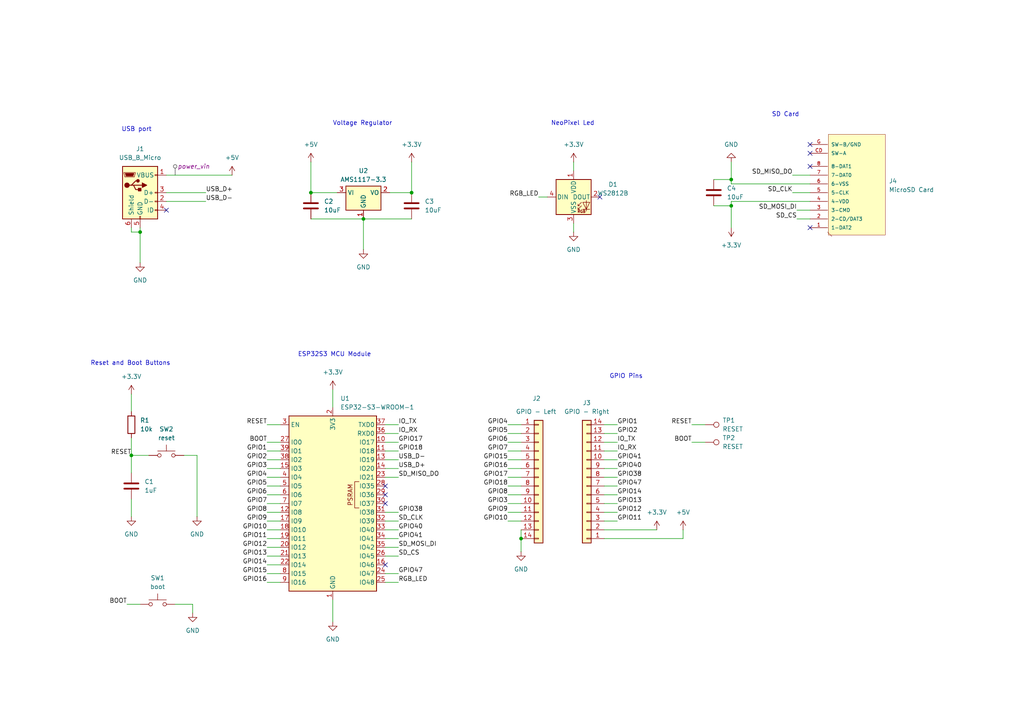
<source format=kicad_sch>
(kicad_sch
	(version 20231120)
	(generator "eeschema")
	(generator_version "8.0")
	(uuid "0bcaa04c-96c6-4c2a-ae95-a91b2f55d9db")
	(paper "A4")
	(title_block
		(title "DX32A DELUXE")
		(date "2024")
	)
	(lib_symbols
		(symbol "112J-TDAR-R01:112J-TDAR-R01"
			(pin_names
				(offset 1.016)
			)
			(exclude_from_sim no)
			(in_bom yes)
			(on_board yes)
			(property "Reference" "K"
				(at 0 0 0)
				(effects
					(font
						(size 1.27 1.27)
					)
					(justify bottom)
				)
			)
			(property "Value" "112J-TDAR-R01"
				(at 0 0 0)
				(effects
					(font
						(size 1.27 1.27)
					)
					(justify bottom)
				)
			)
			(property "Footprint" "112J-TDAR-R01:112J-TDAR-R01"
				(at 0 0 0)
				(effects
					(font
						(size 1.27 1.27)
					)
					(justify bottom)
					(hide yes)
				)
			)
			(property "Datasheet" ""
				(at 0 0 0)
				(effects
					(font
						(size 1.27 1.27)
					)
					(hide yes)
				)
			)
			(property "Description" ""
				(at 0 0 0)
				(effects
					(font
						(size 1.27 1.27)
					)
					(hide yes)
				)
			)
			(property "MF" "Attend"
				(at 0 0 0)
				(effects
					(font
						(size 1.27 1.27)
					)
					(justify bottom)
					(hide yes)
				)
			)
			(property "Description_1" "\n9 (8 + 1) Position Card Connector Secure Digital - microSD™ Surface Mount, Right Angle Gold\n"
				(at 0 0 0)
				(effects
					(font
						(size 1.27 1.27)
					)
					(justify bottom)
					(hide yes)
				)
			)
			(property "Package" "None"
				(at 0 0 0)
				(effects
					(font
						(size 1.27 1.27)
					)
					(justify bottom)
					(hide yes)
				)
			)
			(property "Price" "None"
				(at 0 0 0)
				(effects
					(font
						(size 1.27 1.27)
					)
					(justify bottom)
					(hide yes)
				)
			)
			(property "SnapEDA_Link" "https://www.snapeda.com/parts/112J-TDAR-R01/Attend/view-part/?ref=snap"
				(at 0 0 0)
				(effects
					(font
						(size 1.27 1.27)
					)
					(justify bottom)
					(hide yes)
				)
			)
			(property "MP" "112J-TDAR-R01"
				(at 0 0 0)
				(effects
					(font
						(size 1.27 1.27)
					)
					(justify bottom)
					(hide yes)
				)
			)
			(property "Availability" "In Stock"
				(at 0 0 0)
				(effects
					(font
						(size 1.27 1.27)
					)
					(justify bottom)
					(hide yes)
				)
			)
			(property "Check_prices" "https://www.snapeda.com/parts/112J-TDAR-R01/Attend/view-part/?ref=eda"
				(at 0 0 0)
				(effects
					(font
						(size 1.27 1.27)
					)
					(justify bottom)
					(hide yes)
				)
			)
			(symbol "112J-TDAR-R01_0_0"
				(rectangle
					(start -10.3868 -14.3782)
					(end 6.1232 14.8318)
					(stroke
						(width 0.1)
						(type default)
					)
					(fill
						(type background)
					)
				)
				(polyline
					(pts
						(xy 6.35 13.97) (xy 5.08 15.24)
					)
					(stroke
						(width 0.1)
						(type default)
					)
					(fill
						(type none)
					)
				)
				(pin bidirectional line
					(at 11.43 12.7 180)
					(length 5.08)
					(name "1-DAT2"
						(effects
							(font
								(size 1.016 1.016)
							)
						)
					)
					(number "1"
						(effects
							(font
								(size 1.016 1.016)
							)
						)
					)
				)
				(pin bidirectional line
					(at 11.43 10.16 180)
					(length 5.08)
					(name "2-CD/DAT3"
						(effects
							(font
								(size 1.016 1.016)
							)
						)
					)
					(number "2"
						(effects
							(font
								(size 1.016 1.016)
							)
						)
					)
				)
				(pin bidirectional line
					(at 11.43 7.62 180)
					(length 5.08)
					(name "3-CMD"
						(effects
							(font
								(size 1.016 1.016)
							)
						)
					)
					(number "3"
						(effects
							(font
								(size 1.016 1.016)
							)
						)
					)
				)
				(pin bidirectional line
					(at 11.43 5.08 180)
					(length 5.08)
					(name "4-VDD"
						(effects
							(font
								(size 1.016 1.016)
							)
						)
					)
					(number "4"
						(effects
							(font
								(size 1.016 1.016)
							)
						)
					)
				)
				(pin bidirectional line
					(at 11.43 2.54 180)
					(length 5.08)
					(name "5-CLK"
						(effects
							(font
								(size 1.016 1.016)
							)
						)
					)
					(number "5"
						(effects
							(font
								(size 1.016 1.016)
							)
						)
					)
				)
				(pin bidirectional line
					(at 11.43 0 180)
					(length 5.08)
					(name "6-VSS"
						(effects
							(font
								(size 1.016 1.016)
							)
						)
					)
					(number "6"
						(effects
							(font
								(size 1.016 1.016)
							)
						)
					)
				)
				(pin bidirectional line
					(at 11.43 -2.54 180)
					(length 5.08)
					(name "7-DAT0"
						(effects
							(font
								(size 1.016 1.016)
							)
						)
					)
					(number "7"
						(effects
							(font
								(size 1.016 1.016)
							)
						)
					)
				)
				(pin bidirectional line
					(at 11.43 -5.08 180)
					(length 5.08)
					(name "8-DAT1"
						(effects
							(font
								(size 1.016 1.016)
							)
						)
					)
					(number "8"
						(effects
							(font
								(size 1.016 1.016)
							)
						)
					)
				)
				(pin bidirectional line
					(at 11.43 -8.89 180)
					(length 5.08)
					(name "SW-A"
						(effects
							(font
								(size 1.016 1.016)
							)
						)
					)
					(number "CD"
						(effects
							(font
								(size 1.016 1.016)
							)
						)
					)
				)
				(pin bidirectional line
					(at 11.43 -11.43 180)
					(length 5.08)
					(name "SW-B/GND"
						(effects
							(font
								(size 1.016 1.016)
							)
						)
					)
					(number "G"
						(effects
							(font
								(size 1.016 1.016)
							)
						)
					)
				)
			)
		)
		(symbol "Connector:TestPoint"
			(pin_numbers hide)
			(pin_names
				(offset 0.762) hide)
			(exclude_from_sim no)
			(in_bom yes)
			(on_board yes)
			(property "Reference" "TP"
				(at 0 6.858 0)
				(effects
					(font
						(size 1.27 1.27)
					)
				)
			)
			(property "Value" "TestPoint"
				(at 0 5.08 0)
				(effects
					(font
						(size 1.27 1.27)
					)
				)
			)
			(property "Footprint" ""
				(at 5.08 0 0)
				(effects
					(font
						(size 1.27 1.27)
					)
					(hide yes)
				)
			)
			(property "Datasheet" "~"
				(at 5.08 0 0)
				(effects
					(font
						(size 1.27 1.27)
					)
					(hide yes)
				)
			)
			(property "Description" "test point"
				(at 0 0 0)
				(effects
					(font
						(size 1.27 1.27)
					)
					(hide yes)
				)
			)
			(property "ki_keywords" "test point tp"
				(at 0 0 0)
				(effects
					(font
						(size 1.27 1.27)
					)
					(hide yes)
				)
			)
			(property "ki_fp_filters" "Pin* Test*"
				(at 0 0 0)
				(effects
					(font
						(size 1.27 1.27)
					)
					(hide yes)
				)
			)
			(symbol "TestPoint_0_1"
				(circle
					(center 0 3.302)
					(radius 0.762)
					(stroke
						(width 0)
						(type default)
					)
					(fill
						(type none)
					)
				)
			)
			(symbol "TestPoint_1_1"
				(pin passive line
					(at 0 0 90)
					(length 2.54)
					(name "1"
						(effects
							(font
								(size 1.27 1.27)
							)
						)
					)
					(number "1"
						(effects
							(font
								(size 1.27 1.27)
							)
						)
					)
				)
			)
		)
		(symbol "Connector:USB_B_Micro"
			(pin_names
				(offset 1.016)
			)
			(exclude_from_sim no)
			(in_bom yes)
			(on_board yes)
			(property "Reference" "J"
				(at -5.08 11.43 0)
				(effects
					(font
						(size 1.27 1.27)
					)
					(justify left)
				)
			)
			(property "Value" "USB_B_Micro"
				(at -5.08 8.89 0)
				(effects
					(font
						(size 1.27 1.27)
					)
					(justify left)
				)
			)
			(property "Footprint" ""
				(at 3.81 -1.27 0)
				(effects
					(font
						(size 1.27 1.27)
					)
					(hide yes)
				)
			)
			(property "Datasheet" "~"
				(at 3.81 -1.27 0)
				(effects
					(font
						(size 1.27 1.27)
					)
					(hide yes)
				)
			)
			(property "Description" "USB Micro Type B connector"
				(at 0 0 0)
				(effects
					(font
						(size 1.27 1.27)
					)
					(hide yes)
				)
			)
			(property "ki_keywords" "connector USB micro"
				(at 0 0 0)
				(effects
					(font
						(size 1.27 1.27)
					)
					(hide yes)
				)
			)
			(property "ki_fp_filters" "USB*"
				(at 0 0 0)
				(effects
					(font
						(size 1.27 1.27)
					)
					(hide yes)
				)
			)
			(symbol "USB_B_Micro_0_1"
				(rectangle
					(start -5.08 -7.62)
					(end 5.08 7.62)
					(stroke
						(width 0.254)
						(type default)
					)
					(fill
						(type background)
					)
				)
				(circle
					(center -3.81 2.159)
					(radius 0.635)
					(stroke
						(width 0.254)
						(type default)
					)
					(fill
						(type outline)
					)
				)
				(circle
					(center -0.635 3.429)
					(radius 0.381)
					(stroke
						(width 0.254)
						(type default)
					)
					(fill
						(type outline)
					)
				)
				(rectangle
					(start -0.127 -7.62)
					(end 0.127 -6.858)
					(stroke
						(width 0)
						(type default)
					)
					(fill
						(type none)
					)
				)
				(polyline
					(pts
						(xy -1.905 2.159) (xy 0.635 2.159)
					)
					(stroke
						(width 0.254)
						(type default)
					)
					(fill
						(type none)
					)
				)
				(polyline
					(pts
						(xy -3.175 2.159) (xy -2.54 2.159) (xy -1.27 3.429) (xy -0.635 3.429)
					)
					(stroke
						(width 0.254)
						(type default)
					)
					(fill
						(type none)
					)
				)
				(polyline
					(pts
						(xy -2.54 2.159) (xy -1.905 2.159) (xy -1.27 0.889) (xy 0 0.889)
					)
					(stroke
						(width 0.254)
						(type default)
					)
					(fill
						(type none)
					)
				)
				(polyline
					(pts
						(xy 0.635 2.794) (xy 0.635 1.524) (xy 1.905 2.159) (xy 0.635 2.794)
					)
					(stroke
						(width 0.254)
						(type default)
					)
					(fill
						(type outline)
					)
				)
				(polyline
					(pts
						(xy -4.318 5.588) (xy -1.778 5.588) (xy -2.032 4.826) (xy -4.064 4.826) (xy -4.318 5.588)
					)
					(stroke
						(width 0)
						(type default)
					)
					(fill
						(type outline)
					)
				)
				(polyline
					(pts
						(xy -4.699 5.842) (xy -4.699 5.588) (xy -4.445 4.826) (xy -4.445 4.572) (xy -1.651 4.572) (xy -1.651 4.826)
						(xy -1.397 5.588) (xy -1.397 5.842) (xy -4.699 5.842)
					)
					(stroke
						(width 0)
						(type default)
					)
					(fill
						(type none)
					)
				)
				(rectangle
					(start 0.254 1.27)
					(end -0.508 0.508)
					(stroke
						(width 0.254)
						(type default)
					)
					(fill
						(type outline)
					)
				)
				(rectangle
					(start 5.08 -5.207)
					(end 4.318 -4.953)
					(stroke
						(width 0)
						(type default)
					)
					(fill
						(type none)
					)
				)
				(rectangle
					(start 5.08 -2.667)
					(end 4.318 -2.413)
					(stroke
						(width 0)
						(type default)
					)
					(fill
						(type none)
					)
				)
				(rectangle
					(start 5.08 -0.127)
					(end 4.318 0.127)
					(stroke
						(width 0)
						(type default)
					)
					(fill
						(type none)
					)
				)
				(rectangle
					(start 5.08 4.953)
					(end 4.318 5.207)
					(stroke
						(width 0)
						(type default)
					)
					(fill
						(type none)
					)
				)
			)
			(symbol "USB_B_Micro_1_1"
				(pin power_out line
					(at 7.62 5.08 180)
					(length 2.54)
					(name "VBUS"
						(effects
							(font
								(size 1.27 1.27)
							)
						)
					)
					(number "1"
						(effects
							(font
								(size 1.27 1.27)
							)
						)
					)
				)
				(pin bidirectional line
					(at 7.62 -2.54 180)
					(length 2.54)
					(name "D-"
						(effects
							(font
								(size 1.27 1.27)
							)
						)
					)
					(number "2"
						(effects
							(font
								(size 1.27 1.27)
							)
						)
					)
				)
				(pin bidirectional line
					(at 7.62 0 180)
					(length 2.54)
					(name "D+"
						(effects
							(font
								(size 1.27 1.27)
							)
						)
					)
					(number "3"
						(effects
							(font
								(size 1.27 1.27)
							)
						)
					)
				)
				(pin passive line
					(at 7.62 -5.08 180)
					(length 2.54)
					(name "ID"
						(effects
							(font
								(size 1.27 1.27)
							)
						)
					)
					(number "4"
						(effects
							(font
								(size 1.27 1.27)
							)
						)
					)
				)
				(pin power_out line
					(at 0 -10.16 90)
					(length 2.54)
					(name "GND"
						(effects
							(font
								(size 1.27 1.27)
							)
						)
					)
					(number "5"
						(effects
							(font
								(size 1.27 1.27)
							)
						)
					)
				)
				(pin passive line
					(at -2.54 -10.16 90)
					(length 2.54)
					(name "Shield"
						(effects
							(font
								(size 1.27 1.27)
							)
						)
					)
					(number "6"
						(effects
							(font
								(size 1.27 1.27)
							)
						)
					)
				)
			)
		)
		(symbol "Connector_Generic:Conn_01x14"
			(pin_names
				(offset 1.016) hide)
			(exclude_from_sim no)
			(in_bom yes)
			(on_board yes)
			(property "Reference" "J"
				(at 0 17.78 0)
				(effects
					(font
						(size 1.27 1.27)
					)
				)
			)
			(property "Value" "Conn_01x14"
				(at 0 -20.32 0)
				(effects
					(font
						(size 1.27 1.27)
					)
				)
			)
			(property "Footprint" ""
				(at 0 0 0)
				(effects
					(font
						(size 1.27 1.27)
					)
					(hide yes)
				)
			)
			(property "Datasheet" "~"
				(at 0 0 0)
				(effects
					(font
						(size 1.27 1.27)
					)
					(hide yes)
				)
			)
			(property "Description" "Generic connector, single row, 01x14, script generated (kicad-library-utils/schlib/autogen/connector/)"
				(at 0 0 0)
				(effects
					(font
						(size 1.27 1.27)
					)
					(hide yes)
				)
			)
			(property "ki_keywords" "connector"
				(at 0 0 0)
				(effects
					(font
						(size 1.27 1.27)
					)
					(hide yes)
				)
			)
			(property "ki_fp_filters" "Connector*:*_1x??_*"
				(at 0 0 0)
				(effects
					(font
						(size 1.27 1.27)
					)
					(hide yes)
				)
			)
			(symbol "Conn_01x14_1_1"
				(rectangle
					(start -1.27 -17.653)
					(end 0 -17.907)
					(stroke
						(width 0.1524)
						(type default)
					)
					(fill
						(type none)
					)
				)
				(rectangle
					(start -1.27 -15.113)
					(end 0 -15.367)
					(stroke
						(width 0.1524)
						(type default)
					)
					(fill
						(type none)
					)
				)
				(rectangle
					(start -1.27 -12.573)
					(end 0 -12.827)
					(stroke
						(width 0.1524)
						(type default)
					)
					(fill
						(type none)
					)
				)
				(rectangle
					(start -1.27 -10.033)
					(end 0 -10.287)
					(stroke
						(width 0.1524)
						(type default)
					)
					(fill
						(type none)
					)
				)
				(rectangle
					(start -1.27 -7.493)
					(end 0 -7.747)
					(stroke
						(width 0.1524)
						(type default)
					)
					(fill
						(type none)
					)
				)
				(rectangle
					(start -1.27 -4.953)
					(end 0 -5.207)
					(stroke
						(width 0.1524)
						(type default)
					)
					(fill
						(type none)
					)
				)
				(rectangle
					(start -1.27 -2.413)
					(end 0 -2.667)
					(stroke
						(width 0.1524)
						(type default)
					)
					(fill
						(type none)
					)
				)
				(rectangle
					(start -1.27 0.127)
					(end 0 -0.127)
					(stroke
						(width 0.1524)
						(type default)
					)
					(fill
						(type none)
					)
				)
				(rectangle
					(start -1.27 2.667)
					(end 0 2.413)
					(stroke
						(width 0.1524)
						(type default)
					)
					(fill
						(type none)
					)
				)
				(rectangle
					(start -1.27 5.207)
					(end 0 4.953)
					(stroke
						(width 0.1524)
						(type default)
					)
					(fill
						(type none)
					)
				)
				(rectangle
					(start -1.27 7.747)
					(end 0 7.493)
					(stroke
						(width 0.1524)
						(type default)
					)
					(fill
						(type none)
					)
				)
				(rectangle
					(start -1.27 10.287)
					(end 0 10.033)
					(stroke
						(width 0.1524)
						(type default)
					)
					(fill
						(type none)
					)
				)
				(rectangle
					(start -1.27 12.827)
					(end 0 12.573)
					(stroke
						(width 0.1524)
						(type default)
					)
					(fill
						(type none)
					)
				)
				(rectangle
					(start -1.27 15.367)
					(end 0 15.113)
					(stroke
						(width 0.1524)
						(type default)
					)
					(fill
						(type none)
					)
				)
				(rectangle
					(start -1.27 16.51)
					(end 1.27 -19.05)
					(stroke
						(width 0.254)
						(type default)
					)
					(fill
						(type background)
					)
				)
				(pin passive line
					(at -5.08 15.24 0)
					(length 3.81)
					(name "Pin_1"
						(effects
							(font
								(size 1.27 1.27)
							)
						)
					)
					(number "1"
						(effects
							(font
								(size 1.27 1.27)
							)
						)
					)
				)
				(pin passive line
					(at -5.08 -7.62 0)
					(length 3.81)
					(name "Pin_10"
						(effects
							(font
								(size 1.27 1.27)
							)
						)
					)
					(number "10"
						(effects
							(font
								(size 1.27 1.27)
							)
						)
					)
				)
				(pin passive line
					(at -5.08 -10.16 0)
					(length 3.81)
					(name "Pin_11"
						(effects
							(font
								(size 1.27 1.27)
							)
						)
					)
					(number "11"
						(effects
							(font
								(size 1.27 1.27)
							)
						)
					)
				)
				(pin passive line
					(at -5.08 -12.7 0)
					(length 3.81)
					(name "Pin_12"
						(effects
							(font
								(size 1.27 1.27)
							)
						)
					)
					(number "12"
						(effects
							(font
								(size 1.27 1.27)
							)
						)
					)
				)
				(pin passive line
					(at -5.08 -15.24 0)
					(length 3.81)
					(name "Pin_13"
						(effects
							(font
								(size 1.27 1.27)
							)
						)
					)
					(number "13"
						(effects
							(font
								(size 1.27 1.27)
							)
						)
					)
				)
				(pin passive line
					(at -5.08 -17.78 0)
					(length 3.81)
					(name "Pin_14"
						(effects
							(font
								(size 1.27 1.27)
							)
						)
					)
					(number "14"
						(effects
							(font
								(size 1.27 1.27)
							)
						)
					)
				)
				(pin passive line
					(at -5.08 12.7 0)
					(length 3.81)
					(name "Pin_2"
						(effects
							(font
								(size 1.27 1.27)
							)
						)
					)
					(number "2"
						(effects
							(font
								(size 1.27 1.27)
							)
						)
					)
				)
				(pin passive line
					(at -5.08 10.16 0)
					(length 3.81)
					(name "Pin_3"
						(effects
							(font
								(size 1.27 1.27)
							)
						)
					)
					(number "3"
						(effects
							(font
								(size 1.27 1.27)
							)
						)
					)
				)
				(pin passive line
					(at -5.08 7.62 0)
					(length 3.81)
					(name "Pin_4"
						(effects
							(font
								(size 1.27 1.27)
							)
						)
					)
					(number "4"
						(effects
							(font
								(size 1.27 1.27)
							)
						)
					)
				)
				(pin passive line
					(at -5.08 5.08 0)
					(length 3.81)
					(name "Pin_5"
						(effects
							(font
								(size 1.27 1.27)
							)
						)
					)
					(number "5"
						(effects
							(font
								(size 1.27 1.27)
							)
						)
					)
				)
				(pin passive line
					(at -5.08 2.54 0)
					(length 3.81)
					(name "Pin_6"
						(effects
							(font
								(size 1.27 1.27)
							)
						)
					)
					(number "6"
						(effects
							(font
								(size 1.27 1.27)
							)
						)
					)
				)
				(pin passive line
					(at -5.08 0 0)
					(length 3.81)
					(name "Pin_7"
						(effects
							(font
								(size 1.27 1.27)
							)
						)
					)
					(number "7"
						(effects
							(font
								(size 1.27 1.27)
							)
						)
					)
				)
				(pin passive line
					(at -5.08 -2.54 0)
					(length 3.81)
					(name "Pin_8"
						(effects
							(font
								(size 1.27 1.27)
							)
						)
					)
					(number "8"
						(effects
							(font
								(size 1.27 1.27)
							)
						)
					)
				)
				(pin passive line
					(at -5.08 -5.08 0)
					(length 3.81)
					(name "Pin_9"
						(effects
							(font
								(size 1.27 1.27)
							)
						)
					)
					(number "9"
						(effects
							(font
								(size 1.27 1.27)
							)
						)
					)
				)
			)
		)
		(symbol "Device:C"
			(pin_numbers hide)
			(pin_names
				(offset 0.254)
			)
			(exclude_from_sim no)
			(in_bom yes)
			(on_board yes)
			(property "Reference" "C"
				(at 0.635 2.54 0)
				(effects
					(font
						(size 1.27 1.27)
					)
					(justify left)
				)
			)
			(property "Value" "C"
				(at 0.635 -2.54 0)
				(effects
					(font
						(size 1.27 1.27)
					)
					(justify left)
				)
			)
			(property "Footprint" ""
				(at 0.9652 -3.81 0)
				(effects
					(font
						(size 1.27 1.27)
					)
					(hide yes)
				)
			)
			(property "Datasheet" "~"
				(at 0 0 0)
				(effects
					(font
						(size 1.27 1.27)
					)
					(hide yes)
				)
			)
			(property "Description" "Unpolarized capacitor"
				(at 0 0 0)
				(effects
					(font
						(size 1.27 1.27)
					)
					(hide yes)
				)
			)
			(property "ki_keywords" "cap capacitor"
				(at 0 0 0)
				(effects
					(font
						(size 1.27 1.27)
					)
					(hide yes)
				)
			)
			(property "ki_fp_filters" "C_*"
				(at 0 0 0)
				(effects
					(font
						(size 1.27 1.27)
					)
					(hide yes)
				)
			)
			(symbol "C_0_1"
				(polyline
					(pts
						(xy -2.032 -0.762) (xy 2.032 -0.762)
					)
					(stroke
						(width 0.508)
						(type default)
					)
					(fill
						(type none)
					)
				)
				(polyline
					(pts
						(xy -2.032 0.762) (xy 2.032 0.762)
					)
					(stroke
						(width 0.508)
						(type default)
					)
					(fill
						(type none)
					)
				)
			)
			(symbol "C_1_1"
				(pin passive line
					(at 0 3.81 270)
					(length 2.794)
					(name "~"
						(effects
							(font
								(size 1.27 1.27)
							)
						)
					)
					(number "1"
						(effects
							(font
								(size 1.27 1.27)
							)
						)
					)
				)
				(pin passive line
					(at 0 -3.81 90)
					(length 2.794)
					(name "~"
						(effects
							(font
								(size 1.27 1.27)
							)
						)
					)
					(number "2"
						(effects
							(font
								(size 1.27 1.27)
							)
						)
					)
				)
			)
		)
		(symbol "Device:R"
			(pin_numbers hide)
			(pin_names
				(offset 0)
			)
			(exclude_from_sim no)
			(in_bom yes)
			(on_board yes)
			(property "Reference" "R"
				(at 2.032 0 90)
				(effects
					(font
						(size 1.27 1.27)
					)
				)
			)
			(property "Value" "R"
				(at 0 0 90)
				(effects
					(font
						(size 1.27 1.27)
					)
				)
			)
			(property "Footprint" ""
				(at -1.778 0 90)
				(effects
					(font
						(size 1.27 1.27)
					)
					(hide yes)
				)
			)
			(property "Datasheet" "~"
				(at 0 0 0)
				(effects
					(font
						(size 1.27 1.27)
					)
					(hide yes)
				)
			)
			(property "Description" "Resistor"
				(at 0 0 0)
				(effects
					(font
						(size 1.27 1.27)
					)
					(hide yes)
				)
			)
			(property "ki_keywords" "R res resistor"
				(at 0 0 0)
				(effects
					(font
						(size 1.27 1.27)
					)
					(hide yes)
				)
			)
			(property "ki_fp_filters" "R_*"
				(at 0 0 0)
				(effects
					(font
						(size 1.27 1.27)
					)
					(hide yes)
				)
			)
			(symbol "R_0_1"
				(rectangle
					(start -1.016 -2.54)
					(end 1.016 2.54)
					(stroke
						(width 0.254)
						(type default)
					)
					(fill
						(type none)
					)
				)
			)
			(symbol "R_1_1"
				(pin passive line
					(at 0 3.81 270)
					(length 1.27)
					(name "~"
						(effects
							(font
								(size 1.27 1.27)
							)
						)
					)
					(number "1"
						(effects
							(font
								(size 1.27 1.27)
							)
						)
					)
				)
				(pin passive line
					(at 0 -3.81 90)
					(length 1.27)
					(name "~"
						(effects
							(font
								(size 1.27 1.27)
							)
						)
					)
					(number "2"
						(effects
							(font
								(size 1.27 1.27)
							)
						)
					)
				)
			)
		)
		(symbol "LED:WS2812B"
			(pin_names
				(offset 0.254)
			)
			(exclude_from_sim no)
			(in_bom yes)
			(on_board yes)
			(property "Reference" "D"
				(at 5.08 5.715 0)
				(effects
					(font
						(size 1.27 1.27)
					)
					(justify right bottom)
				)
			)
			(property "Value" "WS2812B"
				(at 1.27 -5.715 0)
				(effects
					(font
						(size 1.27 1.27)
					)
					(justify left top)
				)
			)
			(property "Footprint" "LED_SMD:LED_WS2812B_PLCC4_5.0x5.0mm_P3.2mm"
				(at 1.27 -7.62 0)
				(effects
					(font
						(size 1.27 1.27)
					)
					(justify left top)
					(hide yes)
				)
			)
			(property "Datasheet" "https://cdn-shop.adafruit.com/datasheets/WS2812B.pdf"
				(at 2.54 -9.525 0)
				(effects
					(font
						(size 1.27 1.27)
					)
					(justify left top)
					(hide yes)
				)
			)
			(property "Description" "RGB LED with integrated controller"
				(at 0 0 0)
				(effects
					(font
						(size 1.27 1.27)
					)
					(hide yes)
				)
			)
			(property "ki_keywords" "RGB LED NeoPixel addressable"
				(at 0 0 0)
				(effects
					(font
						(size 1.27 1.27)
					)
					(hide yes)
				)
			)
			(property "ki_fp_filters" "LED*WS2812*PLCC*5.0x5.0mm*P3.2mm*"
				(at 0 0 0)
				(effects
					(font
						(size 1.27 1.27)
					)
					(hide yes)
				)
			)
			(symbol "WS2812B_0_0"
				(text "RGB"
					(at 2.286 -4.191 0)
					(effects
						(font
							(size 0.762 0.762)
						)
					)
				)
			)
			(symbol "WS2812B_0_1"
				(polyline
					(pts
						(xy 1.27 -3.556) (xy 1.778 -3.556)
					)
					(stroke
						(width 0)
						(type default)
					)
					(fill
						(type none)
					)
				)
				(polyline
					(pts
						(xy 1.27 -2.54) (xy 1.778 -2.54)
					)
					(stroke
						(width 0)
						(type default)
					)
					(fill
						(type none)
					)
				)
				(polyline
					(pts
						(xy 4.699 -3.556) (xy 2.667 -3.556)
					)
					(stroke
						(width 0)
						(type default)
					)
					(fill
						(type none)
					)
				)
				(polyline
					(pts
						(xy 2.286 -2.54) (xy 1.27 -3.556) (xy 1.27 -3.048)
					)
					(stroke
						(width 0)
						(type default)
					)
					(fill
						(type none)
					)
				)
				(polyline
					(pts
						(xy 2.286 -1.524) (xy 1.27 -2.54) (xy 1.27 -2.032)
					)
					(stroke
						(width 0)
						(type default)
					)
					(fill
						(type none)
					)
				)
				(polyline
					(pts
						(xy 3.683 -1.016) (xy 3.683 -3.556) (xy 3.683 -4.064)
					)
					(stroke
						(width 0)
						(type default)
					)
					(fill
						(type none)
					)
				)
				(polyline
					(pts
						(xy 4.699 -1.524) (xy 2.667 -1.524) (xy 3.683 -3.556) (xy 4.699 -1.524)
					)
					(stroke
						(width 0)
						(type default)
					)
					(fill
						(type none)
					)
				)
				(rectangle
					(start 5.08 5.08)
					(end -5.08 -5.08)
					(stroke
						(width 0.254)
						(type default)
					)
					(fill
						(type background)
					)
				)
			)
			(symbol "WS2812B_1_1"
				(pin power_in line
					(at 0 7.62 270)
					(length 2.54)
					(name "VDD"
						(effects
							(font
								(size 1.27 1.27)
							)
						)
					)
					(number "1"
						(effects
							(font
								(size 1.27 1.27)
							)
						)
					)
				)
				(pin output line
					(at 7.62 0 180)
					(length 2.54)
					(name "DOUT"
						(effects
							(font
								(size 1.27 1.27)
							)
						)
					)
					(number "2"
						(effects
							(font
								(size 1.27 1.27)
							)
						)
					)
				)
				(pin power_in line
					(at 0 -7.62 90)
					(length 2.54)
					(name "VSS"
						(effects
							(font
								(size 1.27 1.27)
							)
						)
					)
					(number "3"
						(effects
							(font
								(size 1.27 1.27)
							)
						)
					)
				)
				(pin input line
					(at -7.62 0 0)
					(length 2.54)
					(name "DIN"
						(effects
							(font
								(size 1.27 1.27)
							)
						)
					)
					(number "4"
						(effects
							(font
								(size 1.27 1.27)
							)
						)
					)
				)
			)
		)
		(symbol "RF_Module:ESP32-S3-WROOM-1"
			(exclude_from_sim no)
			(in_bom yes)
			(on_board yes)
			(property "Reference" "U"
				(at -12.7 26.67 0)
				(effects
					(font
						(size 1.27 1.27)
					)
				)
			)
			(property "Value" "ESP32-S3-WROOM-1"
				(at 12.7 26.67 0)
				(effects
					(font
						(size 1.27 1.27)
					)
				)
			)
			(property "Footprint" "RF_Module:ESP32-S3-WROOM-1"
				(at 0 2.54 0)
				(effects
					(font
						(size 1.27 1.27)
					)
					(hide yes)
				)
			)
			(property "Datasheet" "https://www.espressif.com/sites/default/files/documentation/esp32-s3-wroom-1_wroom-1u_datasheet_en.pdf"
				(at 0 0 0)
				(effects
					(font
						(size 1.27 1.27)
					)
					(hide yes)
				)
			)
			(property "Description" "RF Module, ESP32-S3 SoC, Wi-Fi 802.11b/g/n, Bluetooth, BLE, 32-bit, 3.3V, onboard antenna, SMD"
				(at 0 0 0)
				(effects
					(font
						(size 1.27 1.27)
					)
					(hide yes)
				)
			)
			(property "ki_keywords" "RF Radio BT ESP ESP32-S3 Espressif onboard PCB antenna"
				(at 0 0 0)
				(effects
					(font
						(size 1.27 1.27)
					)
					(hide yes)
				)
			)
			(property "ki_fp_filters" "ESP32?S3?WROOM?1*"
				(at 0 0 0)
				(effects
					(font
						(size 1.27 1.27)
					)
					(hide yes)
				)
			)
			(symbol "ESP32-S3-WROOM-1_0_0"
				(rectangle
					(start -12.7 25.4)
					(end 12.7 -25.4)
					(stroke
						(width 0.254)
						(type default)
					)
					(fill
						(type background)
					)
				)
				(text "PSRAM"
					(at 5.08 2.54 900)
					(effects
						(font
							(size 1.27 1.27)
						)
					)
				)
			)
			(symbol "ESP32-S3-WROOM-1_0_1"
				(polyline
					(pts
						(xy 7.62 -1.27) (xy 6.35 -1.27) (xy 6.35 6.35) (xy 7.62 6.35)
					)
					(stroke
						(width 0)
						(type default)
					)
					(fill
						(type none)
					)
				)
			)
			(symbol "ESP32-S3-WROOM-1_1_1"
				(pin power_in line
					(at 0 -27.94 90)
					(length 2.54)
					(name "GND"
						(effects
							(font
								(size 1.27 1.27)
							)
						)
					)
					(number "1"
						(effects
							(font
								(size 1.27 1.27)
							)
						)
					)
				)
				(pin bidirectional line
					(at 15.24 17.78 180)
					(length 2.54)
					(name "IO17"
						(effects
							(font
								(size 1.27 1.27)
							)
						)
					)
					(number "10"
						(effects
							(font
								(size 1.27 1.27)
							)
						)
					)
				)
				(pin bidirectional line
					(at 15.24 15.24 180)
					(length 2.54)
					(name "IO18"
						(effects
							(font
								(size 1.27 1.27)
							)
						)
					)
					(number "11"
						(effects
							(font
								(size 1.27 1.27)
							)
						)
					)
				)
				(pin bidirectional line
					(at -15.24 -2.54 0)
					(length 2.54)
					(name "IO8"
						(effects
							(font
								(size 1.27 1.27)
							)
						)
					)
					(number "12"
						(effects
							(font
								(size 1.27 1.27)
							)
						)
					)
				)
				(pin bidirectional line
					(at 15.24 12.7 180)
					(length 2.54)
					(name "IO19"
						(effects
							(font
								(size 1.27 1.27)
							)
						)
					)
					(number "13"
						(effects
							(font
								(size 1.27 1.27)
							)
						)
					)
				)
				(pin bidirectional line
					(at 15.24 10.16 180)
					(length 2.54)
					(name "IO20"
						(effects
							(font
								(size 1.27 1.27)
							)
						)
					)
					(number "14"
						(effects
							(font
								(size 1.27 1.27)
							)
						)
					)
				)
				(pin bidirectional line
					(at -15.24 10.16 0)
					(length 2.54)
					(name "IO3"
						(effects
							(font
								(size 1.27 1.27)
							)
						)
					)
					(number "15"
						(effects
							(font
								(size 1.27 1.27)
							)
						)
					)
				)
				(pin bidirectional line
					(at 15.24 -17.78 180)
					(length 2.54)
					(name "IO46"
						(effects
							(font
								(size 1.27 1.27)
							)
						)
					)
					(number "16"
						(effects
							(font
								(size 1.27 1.27)
							)
						)
					)
				)
				(pin bidirectional line
					(at -15.24 -5.08 0)
					(length 2.54)
					(name "IO9"
						(effects
							(font
								(size 1.27 1.27)
							)
						)
					)
					(number "17"
						(effects
							(font
								(size 1.27 1.27)
							)
						)
					)
				)
				(pin bidirectional line
					(at -15.24 -7.62 0)
					(length 2.54)
					(name "IO10"
						(effects
							(font
								(size 1.27 1.27)
							)
						)
					)
					(number "18"
						(effects
							(font
								(size 1.27 1.27)
							)
						)
					)
				)
				(pin bidirectional line
					(at -15.24 -10.16 0)
					(length 2.54)
					(name "IO11"
						(effects
							(font
								(size 1.27 1.27)
							)
						)
					)
					(number "19"
						(effects
							(font
								(size 1.27 1.27)
							)
						)
					)
				)
				(pin power_in line
					(at 0 27.94 270)
					(length 2.54)
					(name "3V3"
						(effects
							(font
								(size 1.27 1.27)
							)
						)
					)
					(number "2"
						(effects
							(font
								(size 1.27 1.27)
							)
						)
					)
				)
				(pin bidirectional line
					(at -15.24 -12.7 0)
					(length 2.54)
					(name "IO12"
						(effects
							(font
								(size 1.27 1.27)
							)
						)
					)
					(number "20"
						(effects
							(font
								(size 1.27 1.27)
							)
						)
					)
				)
				(pin bidirectional line
					(at -15.24 -15.24 0)
					(length 2.54)
					(name "IO13"
						(effects
							(font
								(size 1.27 1.27)
							)
						)
					)
					(number "21"
						(effects
							(font
								(size 1.27 1.27)
							)
						)
					)
				)
				(pin bidirectional line
					(at -15.24 -17.78 0)
					(length 2.54)
					(name "IO14"
						(effects
							(font
								(size 1.27 1.27)
							)
						)
					)
					(number "22"
						(effects
							(font
								(size 1.27 1.27)
							)
						)
					)
				)
				(pin bidirectional line
					(at 15.24 7.62 180)
					(length 2.54)
					(name "IO21"
						(effects
							(font
								(size 1.27 1.27)
							)
						)
					)
					(number "23"
						(effects
							(font
								(size 1.27 1.27)
							)
						)
					)
				)
				(pin bidirectional line
					(at 15.24 -20.32 180)
					(length 2.54)
					(name "IO47"
						(effects
							(font
								(size 1.27 1.27)
							)
						)
					)
					(number "24"
						(effects
							(font
								(size 1.27 1.27)
							)
						)
					)
				)
				(pin bidirectional line
					(at 15.24 -22.86 180)
					(length 2.54)
					(name "IO48"
						(effects
							(font
								(size 1.27 1.27)
							)
						)
					)
					(number "25"
						(effects
							(font
								(size 1.27 1.27)
							)
						)
					)
				)
				(pin bidirectional line
					(at 15.24 -15.24 180)
					(length 2.54)
					(name "IO45"
						(effects
							(font
								(size 1.27 1.27)
							)
						)
					)
					(number "26"
						(effects
							(font
								(size 1.27 1.27)
							)
						)
					)
				)
				(pin bidirectional line
					(at -15.24 17.78 0)
					(length 2.54)
					(name "IO0"
						(effects
							(font
								(size 1.27 1.27)
							)
						)
					)
					(number "27"
						(effects
							(font
								(size 1.27 1.27)
							)
						)
					)
				)
				(pin bidirectional line
					(at 15.24 5.08 180)
					(length 2.54)
					(name "IO35"
						(effects
							(font
								(size 1.27 1.27)
							)
						)
					)
					(number "28"
						(effects
							(font
								(size 1.27 1.27)
							)
						)
					)
				)
				(pin bidirectional line
					(at 15.24 2.54 180)
					(length 2.54)
					(name "IO36"
						(effects
							(font
								(size 1.27 1.27)
							)
						)
					)
					(number "29"
						(effects
							(font
								(size 1.27 1.27)
							)
						)
					)
				)
				(pin input line
					(at -15.24 22.86 0)
					(length 2.54)
					(name "EN"
						(effects
							(font
								(size 1.27 1.27)
							)
						)
					)
					(number "3"
						(effects
							(font
								(size 1.27 1.27)
							)
						)
					)
				)
				(pin bidirectional line
					(at 15.24 0 180)
					(length 2.54)
					(name "IO37"
						(effects
							(font
								(size 1.27 1.27)
							)
						)
					)
					(number "30"
						(effects
							(font
								(size 1.27 1.27)
							)
						)
					)
				)
				(pin bidirectional line
					(at 15.24 -2.54 180)
					(length 2.54)
					(name "IO38"
						(effects
							(font
								(size 1.27 1.27)
							)
						)
					)
					(number "31"
						(effects
							(font
								(size 1.27 1.27)
							)
						)
					)
				)
				(pin bidirectional line
					(at 15.24 -5.08 180)
					(length 2.54)
					(name "IO39"
						(effects
							(font
								(size 1.27 1.27)
							)
						)
					)
					(number "32"
						(effects
							(font
								(size 1.27 1.27)
							)
						)
					)
				)
				(pin bidirectional line
					(at 15.24 -7.62 180)
					(length 2.54)
					(name "IO40"
						(effects
							(font
								(size 1.27 1.27)
							)
						)
					)
					(number "33"
						(effects
							(font
								(size 1.27 1.27)
							)
						)
					)
				)
				(pin bidirectional line
					(at 15.24 -10.16 180)
					(length 2.54)
					(name "IO41"
						(effects
							(font
								(size 1.27 1.27)
							)
						)
					)
					(number "34"
						(effects
							(font
								(size 1.27 1.27)
							)
						)
					)
				)
				(pin bidirectional line
					(at 15.24 -12.7 180)
					(length 2.54)
					(name "IO42"
						(effects
							(font
								(size 1.27 1.27)
							)
						)
					)
					(number "35"
						(effects
							(font
								(size 1.27 1.27)
							)
						)
					)
				)
				(pin bidirectional line
					(at 15.24 20.32 180)
					(length 2.54)
					(name "RXD0"
						(effects
							(font
								(size 1.27 1.27)
							)
						)
					)
					(number "36"
						(effects
							(font
								(size 1.27 1.27)
							)
						)
					)
				)
				(pin bidirectional line
					(at 15.24 22.86 180)
					(length 2.54)
					(name "TXD0"
						(effects
							(font
								(size 1.27 1.27)
							)
						)
					)
					(number "37"
						(effects
							(font
								(size 1.27 1.27)
							)
						)
					)
				)
				(pin bidirectional line
					(at -15.24 12.7 0)
					(length 2.54)
					(name "IO2"
						(effects
							(font
								(size 1.27 1.27)
							)
						)
					)
					(number "38"
						(effects
							(font
								(size 1.27 1.27)
							)
						)
					)
				)
				(pin bidirectional line
					(at -15.24 15.24 0)
					(length 2.54)
					(name "IO1"
						(effects
							(font
								(size 1.27 1.27)
							)
						)
					)
					(number "39"
						(effects
							(font
								(size 1.27 1.27)
							)
						)
					)
				)
				(pin bidirectional line
					(at -15.24 7.62 0)
					(length 2.54)
					(name "IO4"
						(effects
							(font
								(size 1.27 1.27)
							)
						)
					)
					(number "4"
						(effects
							(font
								(size 1.27 1.27)
							)
						)
					)
				)
				(pin passive line
					(at 0 -27.94 90)
					(length 2.54) hide
					(name "GND"
						(effects
							(font
								(size 1.27 1.27)
							)
						)
					)
					(number "40"
						(effects
							(font
								(size 1.27 1.27)
							)
						)
					)
				)
				(pin passive line
					(at 0 -27.94 90)
					(length 2.54) hide
					(name "GND"
						(effects
							(font
								(size 1.27 1.27)
							)
						)
					)
					(number "41"
						(effects
							(font
								(size 1.27 1.27)
							)
						)
					)
				)
				(pin bidirectional line
					(at -15.24 5.08 0)
					(length 2.54)
					(name "IO5"
						(effects
							(font
								(size 1.27 1.27)
							)
						)
					)
					(number "5"
						(effects
							(font
								(size 1.27 1.27)
							)
						)
					)
				)
				(pin bidirectional line
					(at -15.24 2.54 0)
					(length 2.54)
					(name "IO6"
						(effects
							(font
								(size 1.27 1.27)
							)
						)
					)
					(number "6"
						(effects
							(font
								(size 1.27 1.27)
							)
						)
					)
				)
				(pin bidirectional line
					(at -15.24 0 0)
					(length 2.54)
					(name "IO7"
						(effects
							(font
								(size 1.27 1.27)
							)
						)
					)
					(number "7"
						(effects
							(font
								(size 1.27 1.27)
							)
						)
					)
				)
				(pin bidirectional line
					(at -15.24 -20.32 0)
					(length 2.54)
					(name "IO15"
						(effects
							(font
								(size 1.27 1.27)
							)
						)
					)
					(number "8"
						(effects
							(font
								(size 1.27 1.27)
							)
						)
					)
				)
				(pin bidirectional line
					(at -15.24 -22.86 0)
					(length 2.54)
					(name "IO16"
						(effects
							(font
								(size 1.27 1.27)
							)
						)
					)
					(number "9"
						(effects
							(font
								(size 1.27 1.27)
							)
						)
					)
				)
			)
		)
		(symbol "Regulator_Linear:AMS1117-3.3"
			(exclude_from_sim no)
			(in_bom yes)
			(on_board yes)
			(property "Reference" "U"
				(at -3.81 3.175 0)
				(effects
					(font
						(size 1.27 1.27)
					)
				)
			)
			(property "Value" "AMS1117-3.3"
				(at 0 3.175 0)
				(effects
					(font
						(size 1.27 1.27)
					)
					(justify left)
				)
			)
			(property "Footprint" "Package_TO_SOT_SMD:SOT-223-3_TabPin2"
				(at 0 5.08 0)
				(effects
					(font
						(size 1.27 1.27)
					)
					(hide yes)
				)
			)
			(property "Datasheet" "http://www.advanced-monolithic.com/pdf/ds1117.pdf"
				(at 2.54 -6.35 0)
				(effects
					(font
						(size 1.27 1.27)
					)
					(hide yes)
				)
			)
			(property "Description" "1A Low Dropout regulator, positive, 3.3V fixed output, SOT-223"
				(at 0 0 0)
				(effects
					(font
						(size 1.27 1.27)
					)
					(hide yes)
				)
			)
			(property "ki_keywords" "linear regulator ldo fixed positive"
				(at 0 0 0)
				(effects
					(font
						(size 1.27 1.27)
					)
					(hide yes)
				)
			)
			(property "ki_fp_filters" "SOT?223*TabPin2*"
				(at 0 0 0)
				(effects
					(font
						(size 1.27 1.27)
					)
					(hide yes)
				)
			)
			(symbol "AMS1117-3.3_0_1"
				(rectangle
					(start -5.08 -5.08)
					(end 5.08 1.905)
					(stroke
						(width 0.254)
						(type default)
					)
					(fill
						(type background)
					)
				)
			)
			(symbol "AMS1117-3.3_1_1"
				(pin power_in line
					(at 0 -7.62 90)
					(length 2.54)
					(name "GND"
						(effects
							(font
								(size 1.27 1.27)
							)
						)
					)
					(number "1"
						(effects
							(font
								(size 1.27 1.27)
							)
						)
					)
				)
				(pin power_out line
					(at 7.62 0 180)
					(length 2.54)
					(name "VO"
						(effects
							(font
								(size 1.27 1.27)
							)
						)
					)
					(number "2"
						(effects
							(font
								(size 1.27 1.27)
							)
						)
					)
				)
				(pin power_in line
					(at -7.62 0 0)
					(length 2.54)
					(name "VI"
						(effects
							(font
								(size 1.27 1.27)
							)
						)
					)
					(number "3"
						(effects
							(font
								(size 1.27 1.27)
							)
						)
					)
				)
			)
		)
		(symbol "Switch:SW_Push"
			(pin_numbers hide)
			(pin_names
				(offset 1.016) hide)
			(exclude_from_sim no)
			(in_bom yes)
			(on_board yes)
			(property "Reference" "SW"
				(at 1.27 2.54 0)
				(effects
					(font
						(size 1.27 1.27)
					)
					(justify left)
				)
			)
			(property "Value" "SW_Push"
				(at 0 -1.524 0)
				(effects
					(font
						(size 1.27 1.27)
					)
				)
			)
			(property "Footprint" ""
				(at 0 5.08 0)
				(effects
					(font
						(size 1.27 1.27)
					)
					(hide yes)
				)
			)
			(property "Datasheet" "~"
				(at 0 5.08 0)
				(effects
					(font
						(size 1.27 1.27)
					)
					(hide yes)
				)
			)
			(property "Description" "Push button switch, generic, two pins"
				(at 0 0 0)
				(effects
					(font
						(size 1.27 1.27)
					)
					(hide yes)
				)
			)
			(property "ki_keywords" "switch normally-open pushbutton push-button"
				(at 0 0 0)
				(effects
					(font
						(size 1.27 1.27)
					)
					(hide yes)
				)
			)
			(symbol "SW_Push_0_1"
				(circle
					(center -2.032 0)
					(radius 0.508)
					(stroke
						(width 0)
						(type default)
					)
					(fill
						(type none)
					)
				)
				(polyline
					(pts
						(xy 0 1.27) (xy 0 3.048)
					)
					(stroke
						(width 0)
						(type default)
					)
					(fill
						(type none)
					)
				)
				(polyline
					(pts
						(xy 2.54 1.27) (xy -2.54 1.27)
					)
					(stroke
						(width 0)
						(type default)
					)
					(fill
						(type none)
					)
				)
				(circle
					(center 2.032 0)
					(radius 0.508)
					(stroke
						(width 0)
						(type default)
					)
					(fill
						(type none)
					)
				)
				(pin passive line
					(at -5.08 0 0)
					(length 2.54)
					(name "1"
						(effects
							(font
								(size 1.27 1.27)
							)
						)
					)
					(number "1"
						(effects
							(font
								(size 1.27 1.27)
							)
						)
					)
				)
				(pin passive line
					(at 5.08 0 180)
					(length 2.54)
					(name "2"
						(effects
							(font
								(size 1.27 1.27)
							)
						)
					)
					(number "2"
						(effects
							(font
								(size 1.27 1.27)
							)
						)
					)
				)
			)
		)
		(symbol "power:+3.3V"
			(power)
			(pin_numbers hide)
			(pin_names
				(offset 0) hide)
			(exclude_from_sim no)
			(in_bom yes)
			(on_board yes)
			(property "Reference" "#PWR"
				(at 0 -3.81 0)
				(effects
					(font
						(size 1.27 1.27)
					)
					(hide yes)
				)
			)
			(property "Value" "+3.3V"
				(at 0 3.556 0)
				(effects
					(font
						(size 1.27 1.27)
					)
				)
			)
			(property "Footprint" ""
				(at 0 0 0)
				(effects
					(font
						(size 1.27 1.27)
					)
					(hide yes)
				)
			)
			(property "Datasheet" ""
				(at 0 0 0)
				(effects
					(font
						(size 1.27 1.27)
					)
					(hide yes)
				)
			)
			(property "Description" "Power symbol creates a global label with name \"+3.3V\""
				(at 0 0 0)
				(effects
					(font
						(size 1.27 1.27)
					)
					(hide yes)
				)
			)
			(property "ki_keywords" "global power"
				(at 0 0 0)
				(effects
					(font
						(size 1.27 1.27)
					)
					(hide yes)
				)
			)
			(symbol "+3.3V_0_1"
				(polyline
					(pts
						(xy -0.762 1.27) (xy 0 2.54)
					)
					(stroke
						(width 0)
						(type default)
					)
					(fill
						(type none)
					)
				)
				(polyline
					(pts
						(xy 0 0) (xy 0 2.54)
					)
					(stroke
						(width 0)
						(type default)
					)
					(fill
						(type none)
					)
				)
				(polyline
					(pts
						(xy 0 2.54) (xy 0.762 1.27)
					)
					(stroke
						(width 0)
						(type default)
					)
					(fill
						(type none)
					)
				)
			)
			(symbol "+3.3V_1_1"
				(pin power_in line
					(at 0 0 90)
					(length 0)
					(name "~"
						(effects
							(font
								(size 1.27 1.27)
							)
						)
					)
					(number "1"
						(effects
							(font
								(size 1.27 1.27)
							)
						)
					)
				)
			)
		)
		(symbol "power:+5V"
			(power)
			(pin_numbers hide)
			(pin_names
				(offset 0) hide)
			(exclude_from_sim no)
			(in_bom yes)
			(on_board yes)
			(property "Reference" "#PWR"
				(at 0 -3.81 0)
				(effects
					(font
						(size 1.27 1.27)
					)
					(hide yes)
				)
			)
			(property "Value" "+5V"
				(at 0 3.556 0)
				(effects
					(font
						(size 1.27 1.27)
					)
				)
			)
			(property "Footprint" ""
				(at 0 0 0)
				(effects
					(font
						(size 1.27 1.27)
					)
					(hide yes)
				)
			)
			(property "Datasheet" ""
				(at 0 0 0)
				(effects
					(font
						(size 1.27 1.27)
					)
					(hide yes)
				)
			)
			(property "Description" "Power symbol creates a global label with name \"+5V\""
				(at 0 0 0)
				(effects
					(font
						(size 1.27 1.27)
					)
					(hide yes)
				)
			)
			(property "ki_keywords" "global power"
				(at 0 0 0)
				(effects
					(font
						(size 1.27 1.27)
					)
					(hide yes)
				)
			)
			(symbol "+5V_0_1"
				(polyline
					(pts
						(xy -0.762 1.27) (xy 0 2.54)
					)
					(stroke
						(width 0)
						(type default)
					)
					(fill
						(type none)
					)
				)
				(polyline
					(pts
						(xy 0 0) (xy 0 2.54)
					)
					(stroke
						(width 0)
						(type default)
					)
					(fill
						(type none)
					)
				)
				(polyline
					(pts
						(xy 0 2.54) (xy 0.762 1.27)
					)
					(stroke
						(width 0)
						(type default)
					)
					(fill
						(type none)
					)
				)
			)
			(symbol "+5V_1_1"
				(pin power_in line
					(at 0 0 90)
					(length 0)
					(name "~"
						(effects
							(font
								(size 1.27 1.27)
							)
						)
					)
					(number "1"
						(effects
							(font
								(size 1.27 1.27)
							)
						)
					)
				)
			)
		)
		(symbol "power:GND"
			(power)
			(pin_numbers hide)
			(pin_names
				(offset 0) hide)
			(exclude_from_sim no)
			(in_bom yes)
			(on_board yes)
			(property "Reference" "#PWR"
				(at 0 -6.35 0)
				(effects
					(font
						(size 1.27 1.27)
					)
					(hide yes)
				)
			)
			(property "Value" "GND"
				(at 0 -3.81 0)
				(effects
					(font
						(size 1.27 1.27)
					)
				)
			)
			(property "Footprint" ""
				(at 0 0 0)
				(effects
					(font
						(size 1.27 1.27)
					)
					(hide yes)
				)
			)
			(property "Datasheet" ""
				(at 0 0 0)
				(effects
					(font
						(size 1.27 1.27)
					)
					(hide yes)
				)
			)
			(property "Description" "Power symbol creates a global label with name \"GND\" , ground"
				(at 0 0 0)
				(effects
					(font
						(size 1.27 1.27)
					)
					(hide yes)
				)
			)
			(property "ki_keywords" "global power"
				(at 0 0 0)
				(effects
					(font
						(size 1.27 1.27)
					)
					(hide yes)
				)
			)
			(symbol "GND_0_1"
				(polyline
					(pts
						(xy 0 0) (xy 0 -1.27) (xy 1.27 -1.27) (xy 0 -2.54) (xy -1.27 -1.27) (xy 0 -1.27)
					)
					(stroke
						(width 0)
						(type default)
					)
					(fill
						(type none)
					)
				)
			)
			(symbol "GND_1_1"
				(pin power_in line
					(at 0 0 270)
					(length 0)
					(name "~"
						(effects
							(font
								(size 1.27 1.27)
							)
						)
					)
					(number "1"
						(effects
							(font
								(size 1.27 1.27)
							)
						)
					)
				)
			)
		)
	)
	(junction
		(at 105.41 63.5)
		(diameter 0)
		(color 0 0 0 0)
		(uuid "3a5093d2-77e4-4662-85d1-cef04b4d4fed")
	)
	(junction
		(at 40.64 67.31)
		(diameter 0)
		(color 0 0 0 0)
		(uuid "863c3690-a0ff-4b7c-8678-94c029faafe2")
	)
	(junction
		(at 38.1 132.08)
		(diameter 0)
		(color 0 0 0 0)
		(uuid "8f4255a2-7ac6-4a59-808b-50c700e3666c")
	)
	(junction
		(at 212.09 59.69)
		(diameter 0)
		(color 0 0 0 0)
		(uuid "967eeace-15f2-4339-9b51-b883d943985d")
	)
	(junction
		(at 119.38 55.88)
		(diameter 0)
		(color 0 0 0 0)
		(uuid "b0f25736-47d8-4dd7-a87d-9cabe81c3049")
	)
	(junction
		(at 90.17 55.88)
		(diameter 0)
		(color 0 0 0 0)
		(uuid "cbc510c2-8b12-4f4c-bf55-4ffb861fdeed")
	)
	(junction
		(at 151.13 156.21)
		(diameter 0)
		(color 0 0 0 0)
		(uuid "d7498fe1-9f55-4ddd-9256-95baabd7b08d")
	)
	(junction
		(at 212.09 52.07)
		(diameter 0)
		(color 0 0 0 0)
		(uuid "eed2ca8a-0347-4265-bac5-4d397e9b1376")
	)
	(no_connect
		(at 111.76 163.83)
		(uuid "1c879307-f319-4967-91df-a563f375b862")
	)
	(no_connect
		(at 234.95 66.04)
		(uuid "289e3d91-0b7e-4542-bb17-0bf5590f806f")
	)
	(no_connect
		(at 318.77 71.12)
		(uuid "a9ec3d65-c3b4-49ef-951e-8c69d574e0a2")
	)
	(no_connect
		(at 234.95 44.45)
		(uuid "b4d48e0a-6a7c-43f4-bc9a-5153bc31822e")
	)
	(no_connect
		(at 111.76 146.05)
		(uuid "b97c8142-729a-40cf-bbd6-d8d6fe59f208")
	)
	(no_connect
		(at 48.26 60.96)
		(uuid "bd59cac3-6ab7-453e-a72b-1027a33b3603")
	)
	(no_connect
		(at 173.99 57.15)
		(uuid "ca937ef0-66a5-49a9-93b4-a5391a59060a")
	)
	(no_connect
		(at 111.76 140.97)
		(uuid "cf22bf63-305c-4200-90c4-da627790841d")
	)
	(no_connect
		(at 234.95 41.91)
		(uuid "e6eb94db-a041-4a14-bf46-451ef1950a11")
	)
	(no_connect
		(at 111.76 143.51)
		(uuid "f94f4af3-d8d7-4af1-9fe4-72dbd6248c3d")
	)
	(no_connect
		(at 234.95 48.26)
		(uuid "fdb44444-2af1-4ddd-b192-4035b5df18cb")
	)
	(wire
		(pts
			(xy 38.1 66.04) (xy 38.1 67.31)
		)
		(stroke
			(width 0)
			(type default)
		)
		(uuid "0191b4d7-b69c-4524-bb11-cd113575fb42")
	)
	(wire
		(pts
			(xy 77.47 123.19) (xy 81.28 123.19)
		)
		(stroke
			(width 0)
			(type default)
		)
		(uuid "06ab51ad-aa03-4774-b42c-99dba74ff679")
	)
	(wire
		(pts
			(xy 77.47 168.91) (xy 81.28 168.91)
		)
		(stroke
			(width 0)
			(type default)
		)
		(uuid "094dde4d-e7af-435d-981d-04be44945385")
	)
	(wire
		(pts
			(xy 111.76 135.89) (xy 115.57 135.89)
		)
		(stroke
			(width 0)
			(type default)
		)
		(uuid "0ecb542a-dd2c-4bde-bde6-4b5f59e1a0d7")
	)
	(wire
		(pts
			(xy 200.66 128.27) (xy 204.47 128.27)
		)
		(stroke
			(width 0)
			(type default)
		)
		(uuid "0f026925-5047-4cfd-9391-9005e55b7eb2")
	)
	(wire
		(pts
			(xy 151.13 156.21) (xy 151.13 160.02)
		)
		(stroke
			(width 0)
			(type default)
		)
		(uuid "0f442fee-ad38-44e7-b635-ea076af77ad5")
	)
	(wire
		(pts
			(xy 38.1 144.78) (xy 38.1 149.86)
		)
		(stroke
			(width 0)
			(type default)
		)
		(uuid "0f4f7675-a72c-458b-990b-1a36014efe0f")
	)
	(wire
		(pts
			(xy 77.47 135.89) (xy 81.28 135.89)
		)
		(stroke
			(width 0)
			(type default)
		)
		(uuid "154e6cd3-32d9-4501-8754-c39352dbca9b")
	)
	(wire
		(pts
			(xy 48.26 50.8) (xy 67.31 50.8)
		)
		(stroke
			(width 0)
			(type default)
		)
		(uuid "18e980a0-35cb-4078-9fe5-65949d556017")
	)
	(wire
		(pts
			(xy 166.37 64.77) (xy 166.37 67.31)
		)
		(stroke
			(width 0)
			(type default)
		)
		(uuid "1a9693b9-9bd1-411d-b982-19e6777cf6a9")
	)
	(wire
		(pts
			(xy 55.88 175.26) (xy 55.88 177.8)
		)
		(stroke
			(width 0)
			(type default)
		)
		(uuid "1b1e8d91-c8f0-49bb-8e88-58ee7ad65b29")
	)
	(wire
		(pts
			(xy 207.01 59.69) (xy 212.09 59.69)
		)
		(stroke
			(width 0)
			(type default)
		)
		(uuid "1c2ca505-023c-4a7f-9d1d-a5519df10fcc")
	)
	(wire
		(pts
			(xy 77.47 148.59) (xy 81.28 148.59)
		)
		(stroke
			(width 0)
			(type default)
		)
		(uuid "1c53484f-15a2-4346-a30a-bb0c08f2d980")
	)
	(wire
		(pts
			(xy 77.47 143.51) (xy 81.28 143.51)
		)
		(stroke
			(width 0)
			(type default)
		)
		(uuid "1dc42397-ee3b-4316-a724-ae08fd5a80f8")
	)
	(wire
		(pts
			(xy 175.26 125.73) (xy 179.07 125.73)
		)
		(stroke
			(width 0)
			(type default)
		)
		(uuid "1ed415cc-887d-418b-bddc-b3ddbd79ecb6")
	)
	(wire
		(pts
			(xy 147.32 130.81) (xy 151.13 130.81)
		)
		(stroke
			(width 0)
			(type default)
		)
		(uuid "2026c6b6-a86d-4cf6-b00d-0fe3cceb99aa")
	)
	(wire
		(pts
			(xy 147.32 146.05) (xy 151.13 146.05)
		)
		(stroke
			(width 0)
			(type default)
		)
		(uuid "20cc9037-2cb8-42dc-a392-731c4e543491")
	)
	(wire
		(pts
			(xy 229.87 55.88) (xy 234.95 55.88)
		)
		(stroke
			(width 0)
			(type default)
		)
		(uuid "227a2bb3-d5a8-4a8d-bbf5-288a4e6df2ff")
	)
	(wire
		(pts
			(xy 147.32 151.13) (xy 151.13 151.13)
		)
		(stroke
			(width 0)
			(type default)
		)
		(uuid "264b1c4d-4c36-44b8-add3-d8b074e6a430")
	)
	(wire
		(pts
			(xy 38.1 127) (xy 38.1 132.08)
		)
		(stroke
			(width 0)
			(type default)
		)
		(uuid "2a70f5b9-e246-424e-9dbe-125e85d7c27f")
	)
	(wire
		(pts
			(xy 77.47 151.13) (xy 81.28 151.13)
		)
		(stroke
			(width 0)
			(type default)
		)
		(uuid "2cc2a92f-7140-4bc6-b20b-a4492f34661a")
	)
	(wire
		(pts
			(xy 90.17 46.99) (xy 90.17 55.88)
		)
		(stroke
			(width 0)
			(type default)
		)
		(uuid "3820cce9-bdd4-4038-a962-80d8d19ff918")
	)
	(wire
		(pts
			(xy 175.26 135.89) (xy 179.07 135.89)
		)
		(stroke
			(width 0)
			(type default)
		)
		(uuid "38407f19-3d58-45cc-924f-50f4e79a3096")
	)
	(wire
		(pts
			(xy 111.76 138.43) (xy 115.57 138.43)
		)
		(stroke
			(width 0)
			(type default)
		)
		(uuid "3e20b15c-b19d-4759-83ab-c83a30a924b8")
	)
	(wire
		(pts
			(xy 175.26 140.97) (xy 179.07 140.97)
		)
		(stroke
			(width 0)
			(type default)
		)
		(uuid "4057e6cb-1a3b-4ae9-8390-7c20c7780248")
	)
	(wire
		(pts
			(xy 212.09 52.07) (xy 212.09 46.99)
		)
		(stroke
			(width 0)
			(type default)
		)
		(uuid "41b8bf45-7436-43ab-b445-54322b2144bb")
	)
	(wire
		(pts
			(xy 38.1 67.31) (xy 40.64 67.31)
		)
		(stroke
			(width 0)
			(type default)
		)
		(uuid "42c1a8bb-ca58-4fd6-8ef1-5e8c021907e3")
	)
	(wire
		(pts
			(xy 111.76 133.35) (xy 115.57 133.35)
		)
		(stroke
			(width 0)
			(type default)
		)
		(uuid "43363eab-83c8-4741-8c1c-52631eb83c8b")
	)
	(wire
		(pts
			(xy 50.8 175.26) (xy 55.88 175.26)
		)
		(stroke
			(width 0)
			(type default)
		)
		(uuid "44d92719-b953-497f-a4bb-0bec41f44944")
	)
	(wire
		(pts
			(xy 111.76 151.13) (xy 115.57 151.13)
		)
		(stroke
			(width 0)
			(type default)
		)
		(uuid "4774df88-d333-45a3-ab70-f75c59b54e45")
	)
	(wire
		(pts
			(xy 111.76 148.59) (xy 115.57 148.59)
		)
		(stroke
			(width 0)
			(type default)
		)
		(uuid "4901d31b-3afe-4b15-9fa1-05546dfe2a1c")
	)
	(wire
		(pts
			(xy 111.76 161.29) (xy 115.57 161.29)
		)
		(stroke
			(width 0)
			(type default)
		)
		(uuid "4c52162e-b09b-489e-bb52-0957887c6ec2")
	)
	(wire
		(pts
			(xy 53.34 132.08) (xy 57.15 132.08)
		)
		(stroke
			(width 0)
			(type default)
		)
		(uuid "4e3bb3c7-b686-484d-9008-3089c96ad659")
	)
	(wire
		(pts
			(xy 111.76 123.19) (xy 115.57 123.19)
		)
		(stroke
			(width 0)
			(type default)
		)
		(uuid "4ebedb80-ca97-436f-97c2-c514d6c4c70e")
	)
	(wire
		(pts
			(xy 77.47 163.83) (xy 81.28 163.83)
		)
		(stroke
			(width 0)
			(type default)
		)
		(uuid "4fb5d8d9-ab6c-4d2c-a7f1-da6f4e66122d")
	)
	(wire
		(pts
			(xy 38.1 114.3) (xy 38.1 119.38)
		)
		(stroke
			(width 0)
			(type default)
		)
		(uuid "5159f72d-921b-441c-8d90-a1374211b9a1")
	)
	(wire
		(pts
			(xy 111.76 125.73) (xy 115.57 125.73)
		)
		(stroke
			(width 0)
			(type default)
		)
		(uuid "51688b77-03f5-4b59-b5f2-e6c8da4f76b9")
	)
	(wire
		(pts
			(xy 175.26 123.19) (xy 179.07 123.19)
		)
		(stroke
			(width 0)
			(type default)
		)
		(uuid "5478a9a5-0672-495f-ad55-4af647f64c67")
	)
	(wire
		(pts
			(xy 38.1 132.08) (xy 38.1 137.16)
		)
		(stroke
			(width 0)
			(type default)
		)
		(uuid "56a744c1-2b1b-4499-8c73-097316bb640c")
	)
	(wire
		(pts
			(xy 96.52 113.03) (xy 96.52 118.11)
		)
		(stroke
			(width 0)
			(type default)
		)
		(uuid "56c16c2d-d45c-4cc2-a83a-400db9fa8607")
	)
	(wire
		(pts
			(xy 38.1 132.08) (xy 43.18 132.08)
		)
		(stroke
			(width 0)
			(type default)
		)
		(uuid "59dc5e48-b6fd-4d43-8dcb-e1650cf960d1")
	)
	(wire
		(pts
			(xy 175.26 130.81) (xy 179.07 130.81)
		)
		(stroke
			(width 0)
			(type default)
		)
		(uuid "5af181c2-de32-4377-818a-da2d6a454050")
	)
	(wire
		(pts
			(xy 111.76 128.27) (xy 115.57 128.27)
		)
		(stroke
			(width 0)
			(type default)
		)
		(uuid "5d849c67-77a5-49db-8d3b-ea47316b74c3")
	)
	(wire
		(pts
			(xy 175.26 143.51) (xy 179.07 143.51)
		)
		(stroke
			(width 0)
			(type default)
		)
		(uuid "5f9579ee-7e6b-4a5b-a029-96be12e00ef1")
	)
	(wire
		(pts
			(xy 111.76 156.21) (xy 115.57 156.21)
		)
		(stroke
			(width 0)
			(type default)
		)
		(uuid "64b74ebe-62ff-4a59-a1f8-64ed7c655056")
	)
	(wire
		(pts
			(xy 147.32 140.97) (xy 151.13 140.97)
		)
		(stroke
			(width 0)
			(type default)
		)
		(uuid "64f5702f-f3d7-44b6-8151-ca5086cc26d1")
	)
	(wire
		(pts
			(xy 113.03 55.88) (xy 119.38 55.88)
		)
		(stroke
			(width 0)
			(type default)
		)
		(uuid "6c607131-4495-4b18-94da-fe6c8d4b9891")
	)
	(wire
		(pts
			(xy 147.32 123.19) (xy 151.13 123.19)
		)
		(stroke
			(width 0)
			(type default)
		)
		(uuid "7209a88b-4ffc-43be-bcb4-dce95cb1ba6d")
	)
	(wire
		(pts
			(xy 175.26 128.27) (xy 179.07 128.27)
		)
		(stroke
			(width 0)
			(type default)
		)
		(uuid "728aa0a7-d216-46da-8c32-a5911bace117")
	)
	(wire
		(pts
			(xy 96.52 173.99) (xy 96.52 180.34)
		)
		(stroke
			(width 0)
			(type default)
		)
		(uuid "7922553a-e93c-42eb-a884-8c14ee33dfd1")
	)
	(wire
		(pts
			(xy 166.37 46.99) (xy 166.37 49.53)
		)
		(stroke
			(width 0)
			(type default)
		)
		(uuid "794e3a77-7af3-4471-8c67-23accb8ce157")
	)
	(wire
		(pts
			(xy 40.64 66.04) (xy 40.64 67.31)
		)
		(stroke
			(width 0)
			(type default)
		)
		(uuid "7b233927-98f2-44c1-a7fd-721c97fd26bf")
	)
	(wire
		(pts
			(xy 111.76 153.67) (xy 115.57 153.67)
		)
		(stroke
			(width 0)
			(type default)
		)
		(uuid "7e72116e-02c5-44a5-a216-c9dc92242b97")
	)
	(wire
		(pts
			(xy 175.26 138.43) (xy 179.07 138.43)
		)
		(stroke
			(width 0)
			(type default)
		)
		(uuid "7e9f22bb-83e5-45f2-bb33-fae11195e1bc")
	)
	(wire
		(pts
			(xy 147.32 148.59) (xy 151.13 148.59)
		)
		(stroke
			(width 0)
			(type default)
		)
		(uuid "86c0ef93-41d9-4ecb-ae49-17d878256eea")
	)
	(wire
		(pts
			(xy 77.47 156.21) (xy 81.28 156.21)
		)
		(stroke
			(width 0)
			(type default)
		)
		(uuid "8997fdb1-b87c-4a3c-b9ac-aabc2b43890b")
	)
	(wire
		(pts
			(xy 229.87 50.8) (xy 234.95 50.8)
		)
		(stroke
			(width 0)
			(type default)
		)
		(uuid "8a83ff32-51e8-4507-bbed-86f12149cbfa")
	)
	(wire
		(pts
			(xy 175.26 133.35) (xy 179.07 133.35)
		)
		(stroke
			(width 0)
			(type default)
		)
		(uuid "8bc6feac-e838-4824-86e2-0074fec79dfb")
	)
	(wire
		(pts
			(xy 77.47 140.97) (xy 81.28 140.97)
		)
		(stroke
			(width 0)
			(type default)
		)
		(uuid "8dcafe8a-86c1-4657-a910-b825cc648f75")
	)
	(wire
		(pts
			(xy 77.47 138.43) (xy 81.28 138.43)
		)
		(stroke
			(width 0)
			(type default)
		)
		(uuid "8f229fe9-8b5d-4839-a96c-ffd945de2fd5")
	)
	(wire
		(pts
			(xy 151.13 153.67) (xy 151.13 156.21)
		)
		(stroke
			(width 0)
			(type default)
		)
		(uuid "9129fbcd-f468-4bad-acb4-877b2e5b749e")
	)
	(wire
		(pts
			(xy 77.47 128.27) (xy 81.28 128.27)
		)
		(stroke
			(width 0)
			(type default)
		)
		(uuid "946668b8-f588-4cfd-924f-120db95567dc")
	)
	(wire
		(pts
			(xy 231.14 63.5) (xy 234.95 63.5)
		)
		(stroke
			(width 0)
			(type default)
		)
		(uuid "94dddec1-ec51-4c2c-8550-40243c7839c9")
	)
	(wire
		(pts
			(xy 48.26 55.88) (xy 59.69 55.88)
		)
		(stroke
			(width 0)
			(type default)
		)
		(uuid "9a6a97ae-4a50-413c-8285-4d60075f2729")
	)
	(wire
		(pts
			(xy 175.26 153.67) (xy 190.5 153.67)
		)
		(stroke
			(width 0)
			(type default)
		)
		(uuid "9ae4d0e2-b0fc-437c-ba57-c93089b75836")
	)
	(wire
		(pts
			(xy 40.64 67.31) (xy 40.64 76.2)
		)
		(stroke
			(width 0)
			(type default)
		)
		(uuid "a1bbf0c4-0a43-476e-bea1-9350cdb58e00")
	)
	(wire
		(pts
			(xy 77.47 130.81) (xy 81.28 130.81)
		)
		(stroke
			(width 0)
			(type default)
		)
		(uuid "a65cf01a-f0c4-49ec-934e-5d507913b12d")
	)
	(wire
		(pts
			(xy 234.95 53.34) (xy 212.09 53.34)
		)
		(stroke
			(width 0)
			(type default)
		)
		(uuid "a735e7f1-ef4d-43c2-a201-d6090f908e12")
	)
	(wire
		(pts
			(xy 57.15 132.08) (xy 57.15 149.86)
		)
		(stroke
			(width 0)
			(type default)
		)
		(uuid "a8dc09b5-772f-4513-b912-2fddf91eacd3")
	)
	(wire
		(pts
			(xy 212.09 53.34) (xy 212.09 52.07)
		)
		(stroke
			(width 0)
			(type default)
		)
		(uuid "aa99bcf3-1ffa-4484-9a06-c86549506ab5")
	)
	(wire
		(pts
			(xy 234.95 58.42) (xy 212.09 58.42)
		)
		(stroke
			(width 0)
			(type default)
		)
		(uuid "aaaccfe3-9a04-44cb-a1e6-40bb32aac521")
	)
	(wire
		(pts
			(xy 147.32 135.89) (xy 151.13 135.89)
		)
		(stroke
			(width 0)
			(type default)
		)
		(uuid "ab09ac21-c59b-4473-a9be-3d595c791e20")
	)
	(wire
		(pts
			(xy 77.47 146.05) (xy 81.28 146.05)
		)
		(stroke
			(width 0)
			(type default)
		)
		(uuid "af084287-ecf5-4163-b87e-5c9d390f3849")
	)
	(wire
		(pts
			(xy 111.76 158.75) (xy 115.57 158.75)
		)
		(stroke
			(width 0)
			(type default)
		)
		(uuid "b0af7f3e-67b9-4376-9519-cf422119ba06")
	)
	(wire
		(pts
			(xy 198.12 156.21) (xy 198.12 153.67)
		)
		(stroke
			(width 0)
			(type default)
		)
		(uuid "b44d5cc1-b797-4b7b-8d08-9bc64dd07ee3")
	)
	(wire
		(pts
			(xy 175.26 156.21) (xy 198.12 156.21)
		)
		(stroke
			(width 0)
			(type default)
		)
		(uuid "b6619e5a-d6e7-42a6-bcad-aa093047bd2d")
	)
	(wire
		(pts
			(xy 77.47 161.29) (xy 81.28 161.29)
		)
		(stroke
			(width 0)
			(type default)
		)
		(uuid "b81cba02-22ed-4c32-9a9f-d7db958da170")
	)
	(wire
		(pts
			(xy 90.17 55.88) (xy 97.79 55.88)
		)
		(stroke
			(width 0)
			(type default)
		)
		(uuid "b84cf4eb-cecf-4c99-a3ec-ade38b924bd6")
	)
	(wire
		(pts
			(xy 212.09 52.07) (xy 207.01 52.07)
		)
		(stroke
			(width 0)
			(type default)
		)
		(uuid "bebf55fe-51cb-4241-b554-2c833377d139")
	)
	(wire
		(pts
			(xy 90.17 63.5) (xy 105.41 63.5)
		)
		(stroke
			(width 0)
			(type default)
		)
		(uuid "bf1653eb-2939-4b87-97c4-3c901d5446b7")
	)
	(wire
		(pts
			(xy 147.32 128.27) (xy 151.13 128.27)
		)
		(stroke
			(width 0)
			(type default)
		)
		(uuid "c2f725e8-c204-4284-a4c4-4f595649e963")
	)
	(wire
		(pts
			(xy 175.26 151.13) (xy 179.07 151.13)
		)
		(stroke
			(width 0)
			(type default)
		)
		(uuid "c5395b14-c422-4514-898a-5e7296850613")
	)
	(wire
		(pts
			(xy 36.83 175.26) (xy 40.64 175.26)
		)
		(stroke
			(width 0)
			(type default)
		)
		(uuid "c95aa22e-70e6-4bde-b253-87185d61cccb")
	)
	(wire
		(pts
			(xy 175.26 148.59) (xy 179.07 148.59)
		)
		(stroke
			(width 0)
			(type default)
		)
		(uuid "c97588e8-d463-47be-8539-d6dc8ec85a52")
	)
	(wire
		(pts
			(xy 105.41 63.5) (xy 119.38 63.5)
		)
		(stroke
			(width 0)
			(type default)
		)
		(uuid "cbb1ffff-e8ad-4e62-aba6-6cbead190a14")
	)
	(wire
		(pts
			(xy 147.32 133.35) (xy 151.13 133.35)
		)
		(stroke
			(width 0)
			(type default)
		)
		(uuid "d31780d8-dccd-4d9b-8771-ea296cad680c")
	)
	(wire
		(pts
			(xy 200.66 123.19) (xy 204.47 123.19)
		)
		(stroke
			(width 0)
			(type default)
		)
		(uuid "d4772ca8-ade6-49bb-b024-6ae90f43a075")
	)
	(wire
		(pts
			(xy 147.32 138.43) (xy 151.13 138.43)
		)
		(stroke
			(width 0)
			(type default)
		)
		(uuid "d4d76880-e21a-4ea1-aae7-32ec164975c5")
	)
	(wire
		(pts
			(xy 147.32 125.73) (xy 151.13 125.73)
		)
		(stroke
			(width 0)
			(type default)
		)
		(uuid "d90d3ecb-8a51-4b7f-9544-d3a31903bad4")
	)
	(wire
		(pts
			(xy 175.26 146.05) (xy 179.07 146.05)
		)
		(stroke
			(width 0)
			(type default)
		)
		(uuid "dcaa763d-607b-42b3-8a6d-5dd2b059df70")
	)
	(wire
		(pts
			(xy 77.47 153.67) (xy 81.28 153.67)
		)
		(stroke
			(width 0)
			(type default)
		)
		(uuid "dee8ea32-ed90-4f9f-8eae-15722c2b4cb0")
	)
	(wire
		(pts
			(xy 77.47 133.35) (xy 81.28 133.35)
		)
		(stroke
			(width 0)
			(type default)
		)
		(uuid "dfd0b982-98d8-4979-83c4-737c7655fbdd")
	)
	(wire
		(pts
			(xy 111.76 166.37) (xy 115.57 166.37)
		)
		(stroke
			(width 0)
			(type default)
		)
		(uuid "e0846e4a-a2a5-4ff4-b3a3-3beeb8a194e5")
	)
	(wire
		(pts
			(xy 77.47 158.75) (xy 81.28 158.75)
		)
		(stroke
			(width 0)
			(type default)
		)
		(uuid "e14eb222-e2df-4db4-8629-fa90a6bb395e")
	)
	(wire
		(pts
			(xy 119.38 55.88) (xy 119.38 46.99)
		)
		(stroke
			(width 0)
			(type default)
		)
		(uuid "e516ce55-2572-4959-9f6f-c83c6072e939")
	)
	(wire
		(pts
			(xy 231.14 60.96) (xy 234.95 60.96)
		)
		(stroke
			(width 0)
			(type default)
		)
		(uuid "e554b64c-da5f-4002-90ee-de8e0e8363ac")
	)
	(wire
		(pts
			(xy 147.32 143.51) (xy 151.13 143.51)
		)
		(stroke
			(width 0)
			(type default)
		)
		(uuid "e8bed3b1-dec3-46f7-b3b9-40b9915f967d")
	)
	(wire
		(pts
			(xy 111.76 168.91) (xy 115.57 168.91)
		)
		(stroke
			(width 0)
			(type default)
		)
		(uuid "ea4997ba-7490-4353-af91-ba129bb7c897")
	)
	(wire
		(pts
			(xy 105.41 63.5) (xy 105.41 72.39)
		)
		(stroke
			(width 0)
			(type default)
		)
		(uuid "ec9466e3-8238-4b68-ae2b-adf90d32157c")
	)
	(wire
		(pts
			(xy 156.21 57.15) (xy 158.75 57.15)
		)
		(stroke
			(width 0)
			(type default)
		)
		(uuid "f05faa8a-de01-4ed0-b4ca-0e1ce0cb7dbf")
	)
	(wire
		(pts
			(xy 212.09 59.69) (xy 212.09 66.04)
		)
		(stroke
			(width 0)
			(type default)
		)
		(uuid "f3259a0c-b581-46df-a432-1520360d51db")
	)
	(wire
		(pts
			(xy 212.09 58.42) (xy 212.09 59.69)
		)
		(stroke
			(width 0)
			(type default)
		)
		(uuid "f6a953cd-c199-44f1-8291-d01ff2dfa579")
	)
	(wire
		(pts
			(xy 111.76 130.81) (xy 115.57 130.81)
		)
		(stroke
			(width 0)
			(type default)
		)
		(uuid "f706366d-732d-4cfd-bff7-b2ed6c76eaef")
	)
	(wire
		(pts
			(xy 48.26 58.42) (xy 59.69 58.42)
		)
		(stroke
			(width 0)
			(type default)
		)
		(uuid "fa5e3019-8ebb-4c5d-9727-86cc491c8e9a")
	)
	(wire
		(pts
			(xy 77.47 166.37) (xy 81.28 166.37)
		)
		(stroke
			(width 0)
			(type default)
		)
		(uuid "fc7f74f5-695c-4be4-a196-0b4226c93a87")
	)
	(text "ESP32S3 MCU Module\n"
		(exclude_from_sim no)
		(at 97.028 102.87 0)
		(effects
			(font
				(size 1.27 1.27)
			)
		)
		(uuid "51031f6e-66fd-420a-b314-a91d7d0eb9d8")
	)
	(text "Voltage Regulator"
		(exclude_from_sim no)
		(at 105.156 35.814 0)
		(effects
			(font
				(size 1.27 1.27)
			)
		)
		(uuid "867ffc22-0fa5-4261-b60d-5b3d1160ec85")
	)
	(text "SD Card\n"
		(exclude_from_sim no)
		(at 227.838 33.274 0)
		(effects
			(font
				(size 1.27 1.27)
			)
		)
		(uuid "a3c6f479-143a-4470-9d02-def770a4dad6")
	)
	(text "GPIO Pins\n"
		(exclude_from_sim no)
		(at 181.61 109.22 0)
		(effects
			(font
				(size 1.27 1.27)
			)
		)
		(uuid "d032a959-8a36-4d70-8f66-fe3f4ef2f098")
	)
	(text "USB port\n"
		(exclude_from_sim no)
		(at 39.624 37.592 0)
		(effects
			(font
				(size 1.27 1.27)
			)
		)
		(uuid "df66fc50-973e-4f5d-8935-8cdabaafa90f")
	)
	(text "NeoPixel Led\n"
		(exclude_from_sim no)
		(at 166.116 35.814 0)
		(effects
			(font
				(size 1.27 1.27)
			)
		)
		(uuid "e252f51c-cb15-4a8e-aa39-3faec3d7cbf6")
	)
	(text "Reset and Boot Buttons\n"
		(exclude_from_sim no)
		(at 37.846 105.41 0)
		(effects
			(font
				(size 1.27 1.27)
			)
		)
		(uuid "e94df43e-6116-41ec-852b-0b53d852f618")
	)
	(label "GPIO9"
		(at 147.32 148.59 180)
		(fields_autoplaced yes)
		(effects
			(font
				(size 1.27 1.27)
			)
			(justify right bottom)
		)
		(uuid "01fb66a1-ae81-440c-a048-16fbd4b7a783")
	)
	(label "GPIO17"
		(at 115.57 128.27 0)
		(fields_autoplaced yes)
		(effects
			(font
				(size 1.27 1.27)
			)
			(justify left bottom)
		)
		(uuid "05078964-38a7-4b01-95ab-e3135e79f28e")
	)
	(label "GPIO3"
		(at 77.47 135.89 180)
		(fields_autoplaced yes)
		(effects
			(font
				(size 1.27 1.27)
			)
			(justify right bottom)
		)
		(uuid "0964eccc-85c7-45c6-b487-b853e5559d08")
	)
	(label "GPIO38"
		(at 179.07 138.43 0)
		(fields_autoplaced yes)
		(effects
			(font
				(size 1.27 1.27)
			)
			(justify left bottom)
		)
		(uuid "13639035-6605-4af4-b8a3-e5ef7c5dacd1")
	)
	(label "GPIO38"
		(at 115.57 148.59 0)
		(fields_autoplaced yes)
		(effects
			(font
				(size 1.27 1.27)
			)
			(justify left bottom)
		)
		(uuid "152f03ff-3f79-4e92-a5bd-1656f9ed932c")
	)
	(label "GPIO41"
		(at 115.57 156.21 0)
		(fields_autoplaced yes)
		(effects
			(font
				(size 1.27 1.27)
			)
			(justify left bottom)
		)
		(uuid "1618dfd8-2a1a-4392-9bfa-4db40aacbf5b")
	)
	(label "GPIO10"
		(at 147.32 151.13 180)
		(fields_autoplaced yes)
		(effects
			(font
				(size 1.27 1.27)
			)
			(justify right bottom)
		)
		(uuid "16cb0baf-6f48-4abb-ab56-5ebbb3ebcebb")
	)
	(label "GPIO15"
		(at 77.47 166.37 180)
		(fields_autoplaced yes)
		(effects
			(font
				(size 1.27 1.27)
			)
			(justify right bottom)
		)
		(uuid "184dbde5-b833-4cd0-af67-750fd47bccc7")
	)
	(label "IO_TX"
		(at 179.07 128.27 0)
		(fields_autoplaced yes)
		(effects
			(font
				(size 1.27 1.27)
			)
			(justify left bottom)
		)
		(uuid "19e40c15-2072-4c28-90f7-02383baa81ef")
	)
	(label "GPIO5"
		(at 147.32 125.73 180)
		(fields_autoplaced yes)
		(effects
			(font
				(size 1.27 1.27)
			)
			(justify right bottom)
		)
		(uuid "1b097b8d-076e-470b-bc56-3ff5caf7b095")
	)
	(label "IO_RX"
		(at 179.07 130.81 0)
		(fields_autoplaced yes)
		(effects
			(font
				(size 1.27 1.27)
			)
			(justify left bottom)
		)
		(uuid "1fb6cbf2-b333-45e9-aa74-16acbe3d8a02")
	)
	(label "BOOT"
		(at 200.66 128.27 180)
		(fields_autoplaced yes)
		(effects
			(font
				(size 1.27 1.27)
			)
			(justify right bottom)
		)
		(uuid "207d2dfe-8c20-41a4-96a0-e681388209d2")
	)
	(label "GPIO12"
		(at 77.47 158.75 180)
		(fields_autoplaced yes)
		(effects
			(font
				(size 1.27 1.27)
			)
			(justify right bottom)
		)
		(uuid "212b2e13-28a1-4856-92cc-57969b43384a")
	)
	(label "GPIO1"
		(at 77.47 130.81 180)
		(fields_autoplaced yes)
		(effects
			(font
				(size 1.27 1.27)
			)
			(justify right bottom)
		)
		(uuid "2477c73a-1c70-4e55-a600-e292e0f4d881")
	)
	(label "GPIO15"
		(at 147.32 133.35 180)
		(fields_autoplaced yes)
		(effects
			(font
				(size 1.27 1.27)
			)
			(justify right bottom)
		)
		(uuid "26765e1d-a362-4a46-ad99-38912c91e28a")
	)
	(label "RGB_LED"
		(at 115.57 168.91 0)
		(fields_autoplaced yes)
		(effects
			(font
				(size 1.27 1.27)
			)
			(justify left bottom)
		)
		(uuid "28e07bad-a1cb-4218-958f-374659a6e59a")
	)
	(label "GPIO12"
		(at 179.07 148.59 0)
		(fields_autoplaced yes)
		(effects
			(font
				(size 1.27 1.27)
			)
			(justify left bottom)
		)
		(uuid "295b53d9-0a36-4073-89df-0ab0b073a1de")
	)
	(label "IO_RX"
		(at 115.57 125.73 0)
		(fields_autoplaced yes)
		(effects
			(font
				(size 1.27 1.27)
			)
			(justify left bottom)
		)
		(uuid "30e1130b-8a73-457a-b51c-c9b44bdb1f1d")
	)
	(label "USB_D+"
		(at 59.69 55.88 0)
		(fields_autoplaced yes)
		(effects
			(font
				(size 1.27 1.27)
			)
			(justify left bottom)
		)
		(uuid "3245c930-aa1f-4216-b333-2ebcf0953118")
	)
	(label "GPIO13"
		(at 179.07 146.05 0)
		(fields_autoplaced yes)
		(effects
			(font
				(size 1.27 1.27)
			)
			(justify left bottom)
		)
		(uuid "36f1e961-5ae5-4344-b38f-bbd65a9b9e3e")
	)
	(label "GPIO5"
		(at 77.47 140.97 180)
		(fields_autoplaced yes)
		(effects
			(font
				(size 1.27 1.27)
			)
			(justify right bottom)
		)
		(uuid "389577fd-98d1-40e8-a6a9-657616cf7800")
	)
	(label "SD_CS"
		(at 115.57 161.29 0)
		(fields_autoplaced yes)
		(effects
			(font
				(size 1.27 1.27)
			)
			(justify left bottom)
		)
		(uuid "4432d86b-552f-416e-9967-596e82b0e97a")
	)
	(label "IO_TX"
		(at 115.57 123.19 0)
		(fields_autoplaced yes)
		(effects
			(font
				(size 1.27 1.27)
			)
			(justify left bottom)
		)
		(uuid "49225478-29d3-410d-92df-5b09c6a97c17")
	)
	(label "GPIO17"
		(at 147.32 138.43 180)
		(fields_autoplaced yes)
		(effects
			(font
				(size 1.27 1.27)
			)
			(justify right bottom)
		)
		(uuid "4bf93b4b-fbf2-4f7c-82be-39e9367ab4c2")
	)
	(label "GPIO16"
		(at 147.32 135.89 180)
		(fields_autoplaced yes)
		(effects
			(font
				(size 1.27 1.27)
			)
			(justify right bottom)
		)
		(uuid "4dc838c3-dcf0-4f3d-b5a7-850d21bdf926")
	)
	(label "SD_MISO_DO"
		(at 115.57 138.43 0)
		(fields_autoplaced yes)
		(effects
			(font
				(size 1.27 1.27)
			)
			(justify left bottom)
		)
		(uuid "55652d72-cf3a-40b7-8915-8527125fade3")
	)
	(label "GPIO41"
		(at 179.07 133.35 0)
		(fields_autoplaced yes)
		(effects
			(font
				(size 1.27 1.27)
			)
			(justify left bottom)
		)
		(uuid "5d883651-94b0-4a23-8be1-6e562bdfb167")
	)
	(label "GPIO7"
		(at 77.47 146.05 180)
		(fields_autoplaced yes)
		(effects
			(font
				(size 1.27 1.27)
			)
			(justify right bottom)
		)
		(uuid "5f1ca135-08dc-4104-91ab-fc6280188026")
	)
	(label "SD_MOSI_DI"
		(at 115.57 158.75 0)
		(fields_autoplaced yes)
		(effects
			(font
				(size 1.27 1.27)
			)
			(justify left bottom)
		)
		(uuid "5f3becf7-46b1-48a8-bce0-b08c31de4c65")
	)
	(label "GPIO18"
		(at 147.32 140.97 180)
		(fields_autoplaced yes)
		(effects
			(font
				(size 1.27 1.27)
			)
			(justify right bottom)
		)
		(uuid "66a79424-6099-4234-b9ee-16b63e797f97")
	)
	(label "GPIO3"
		(at 147.32 146.05 180)
		(fields_autoplaced yes)
		(effects
			(font
				(size 1.27 1.27)
			)
			(justify right bottom)
		)
		(uuid "66ec4241-dbfd-4e4f-a8c8-dba345fb479c")
	)
	(label "RESET"
		(at 38.1 132.08 180)
		(fields_autoplaced yes)
		(effects
			(font
				(size 1.27 1.27)
			)
			(justify right bottom)
		)
		(uuid "683fbc19-0e82-4f25-83b6-eb8948ddb4b7")
	)
	(label "SD_CLK"
		(at 229.87 55.88 180)
		(fields_autoplaced yes)
		(effects
			(font
				(size 1.27 1.27)
			)
			(justify right bottom)
		)
		(uuid "69fc7a99-0f5f-48f8-883b-fe427a5dc554")
	)
	(label "GPIO4"
		(at 147.32 123.19 180)
		(fields_autoplaced yes)
		(effects
			(font
				(size 1.27 1.27)
			)
			(justify right bottom)
		)
		(uuid "6d10d42d-4f45-4713-882e-8208f0378b72")
	)
	(label "USB_D-"
		(at 115.57 133.35 0)
		(fields_autoplaced yes)
		(effects
			(font
				(size 1.27 1.27)
			)
			(justify left bottom)
		)
		(uuid "6f7428fe-84ce-4b72-98d1-7ab1a21a3fe8")
	)
	(label "GPIO16"
		(at 77.47 168.91 180)
		(fields_autoplaced yes)
		(effects
			(font
				(size 1.27 1.27)
			)
			(justify right bottom)
		)
		(uuid "75eff4ec-5bde-4235-b37f-7560c8a4b7be")
	)
	(label "SD_MISO_DO"
		(at 229.87 50.8 180)
		(fields_autoplaced yes)
		(effects
			(font
				(size 1.27 1.27)
			)
			(justify right bottom)
		)
		(uuid "851b31ab-e8ae-4343-a500-883df2aa9b59")
	)
	(label "GPIO4"
		(at 77.47 138.43 180)
		(fields_autoplaced yes)
		(effects
			(font
				(size 1.27 1.27)
			)
			(justify right bottom)
		)
		(uuid "869c40a4-7bc0-45f1-a3bc-0662c3ea2d56")
	)
	(label "RESET"
		(at 77.47 123.19 180)
		(fields_autoplaced yes)
		(effects
			(font
				(size 1.27 1.27)
			)
			(justify right bottom)
		)
		(uuid "87c044cd-ca3f-4525-9dfa-7891eac309f4")
	)
	(label "GPIO8"
		(at 147.32 143.51 180)
		(fields_autoplaced yes)
		(effects
			(font
				(size 1.27 1.27)
			)
			(justify right bottom)
		)
		(uuid "8c28cc3e-5201-496b-a495-baa9d900211c")
	)
	(label "SD_CLK"
		(at 115.57 151.13 0)
		(fields_autoplaced yes)
		(effects
			(font
				(size 1.27 1.27)
			)
			(justify left bottom)
		)
		(uuid "8fa87f96-f47a-43e1-a6ef-6ff987c9f65e")
	)
	(label "GPIO1"
		(at 179.07 123.19 0)
		(fields_autoplaced yes)
		(effects
			(font
				(size 1.27 1.27)
			)
			(justify left bottom)
		)
		(uuid "a1aecf16-a2ab-475a-9eb2-14719c669d83")
	)
	(label "RGB_LED"
		(at 156.21 57.15 180)
		(fields_autoplaced yes)
		(effects
			(font
				(size 1.27 1.27)
			)
			(justify right bottom)
		)
		(uuid "a2815b37-da97-4cb3-8900-838c9aa9cf38")
	)
	(label "GPIO6"
		(at 147.32 128.27 180)
		(fields_autoplaced yes)
		(effects
			(font
				(size 1.27 1.27)
			)
			(justify right bottom)
		)
		(uuid "a53da500-c4ab-482d-a1f7-ed0fc0f52ba2")
	)
	(label "GPIO13"
		(at 77.47 161.29 180)
		(fields_autoplaced yes)
		(effects
			(font
				(size 1.27 1.27)
			)
			(justify right bottom)
		)
		(uuid "a54883fc-ec8f-4cbb-bd37-1e74cdddd493")
	)
	(label "GPIO47"
		(at 179.07 140.97 0)
		(fields_autoplaced yes)
		(effects
			(font
				(size 1.27 1.27)
			)
			(justify left bottom)
		)
		(uuid "a903b013-4ea3-4bce-a880-c9b74195fff3")
	)
	(label "GPIO18"
		(at 115.57 130.81 0)
		(fields_autoplaced yes)
		(effects
			(font
				(size 1.27 1.27)
			)
			(justify left bottom)
		)
		(uuid "a9ae0eea-758c-447c-81e5-929d25ff995b")
	)
	(label "BOOT"
		(at 36.83 175.26 180)
		(fields_autoplaced yes)
		(effects
			(font
				(size 1.27 1.27)
			)
			(justify right bottom)
		)
		(uuid "ae4867e6-f73c-433b-8086-f313d609be31")
	)
	(label "GPIO7"
		(at 147.32 130.81 180)
		(fields_autoplaced yes)
		(effects
			(font
				(size 1.27 1.27)
			)
			(justify right bottom)
		)
		(uuid "b043dfde-4bfc-4cf9-821b-f2002c01bff5")
	)
	(label "GPIO11"
		(at 77.47 156.21 180)
		(fields_autoplaced yes)
		(effects
			(font
				(size 1.27 1.27)
			)
			(justify right bottom)
		)
		(uuid "b252aa77-cb04-4b13-b0d6-cfa977bf6d4e")
	)
	(label "USB_D-"
		(at 59.69 58.42 0)
		(fields_autoplaced yes)
		(effects
			(font
				(size 1.27 1.27)
			)
			(justify left bottom)
		)
		(uuid "b317f130-9b71-418c-849e-2d04cadea2cd")
	)
	(label "GPIO40"
		(at 179.07 135.89 0)
		(fields_autoplaced yes)
		(effects
			(font
				(size 1.27 1.27)
			)
			(justify left bottom)
		)
		(uuid "b7289c38-136f-4400-a7ff-c7914a8ccb53")
	)
	(label "GPIO10"
		(at 77.47 153.67 180)
		(fields_autoplaced yes)
		(effects
			(font
				(size 1.27 1.27)
			)
			(justify right bottom)
		)
		(uuid "b8ce5ca9-bb8d-49d7-8822-2e47d2c5bfdb")
	)
	(label "BOOT"
		(at 77.47 128.27 180)
		(fields_autoplaced yes)
		(effects
			(font
				(size 1.27 1.27)
			)
			(justify right bottom)
		)
		(uuid "bed2dada-958e-4150-8b08-cdfd1a0862a2")
	)
	(label "GPIO2"
		(at 179.07 125.73 0)
		(fields_autoplaced yes)
		(effects
			(font
				(size 1.27 1.27)
			)
			(justify left bottom)
		)
		(uuid "bee6659c-c43b-4667-a99c-bed5ac30dc51")
	)
	(label "SD_MOSI_DI"
		(at 231.14 60.96 180)
		(fields_autoplaced yes)
		(effects
			(font
				(size 1.27 1.27)
			)
			(justify right bottom)
		)
		(uuid "c4f19585-dc04-4a92-9c4c-5b19c167fcb0")
	)
	(label "GPIO9"
		(at 77.47 151.13 180)
		(fields_autoplaced yes)
		(effects
			(font
				(size 1.27 1.27)
			)
			(justify right bottom)
		)
		(uuid "ca3d2568-c34f-45f5-b29d-88afb84729fb")
	)
	(label "GPIO14"
		(at 77.47 163.83 180)
		(fields_autoplaced yes)
		(effects
			(font
				(size 1.27 1.27)
			)
			(justify right bottom)
		)
		(uuid "d2df78af-c43d-4173-b39e-c52c0aaad43b")
	)
	(label "SD_CS"
		(at 231.14 63.5 180)
		(fields_autoplaced yes)
		(effects
			(font
				(size 1.27 1.27)
			)
			(justify right bottom)
		)
		(uuid "dcf979d0-0c9f-4a8a-8bfb-1a6439a2d83e")
	)
	(label "GPIO6"
		(at 77.47 143.51 180)
		(fields_autoplaced yes)
		(effects
			(font
				(size 1.27 1.27)
			)
			(justify right bottom)
		)
		(uuid "ddd6bc28-4159-4d50-b238-0856f1007476")
	)
	(label "RESET"
		(at 200.66 123.19 180)
		(fields_autoplaced yes)
		(effects
			(font
				(size 1.27 1.27)
			)
			(justify right bottom)
		)
		(uuid "dfb6ac38-819d-46ce-8ffa-23bcbfebe5cc")
	)
	(label "USB_D+"
		(at 115.57 135.89 0)
		(fields_autoplaced yes)
		(effects
			(font
				(size 1.27 1.27)
			)
			(justify left bottom)
		)
		(uuid "ea6b98ce-61be-4605-b23b-4d7480c37848")
	)
	(label "GPIO14"
		(at 179.07 143.51 0)
		(fields_autoplaced yes)
		(effects
			(font
				(size 1.27 1.27)
			)
			(justify left bottom)
		)
		(uuid "f1c117c2-3795-4b02-b9b3-6d6a9243e802")
	)
	(label "GPIO2"
		(at 77.47 133.35 180)
		(fields_autoplaced yes)
		(effects
			(font
				(size 1.27 1.27)
			)
			(justify right bottom)
		)
		(uuid "f5d749f6-96f7-4a11-9b3a-887964f8f539")
	)
	(label "GPIO40"
		(at 115.57 153.67 0)
		(fields_autoplaced yes)
		(effects
			(font
				(size 1.27 1.27)
			)
			(justify left bottom)
		)
		(uuid "f8fcb3e0-9fb5-40b4-abba-84f4711838f1")
	)
	(label "GPIO8"
		(at 77.47 148.59 180)
		(fields_autoplaced yes)
		(effects
			(font
				(size 1.27 1.27)
			)
			(justify right bottom)
		)
		(uuid "fb414ebf-8133-43d0-98bc-0efdb0d95b85")
	)
	(label "GPIO11"
		(at 179.07 151.13 0)
		(fields_autoplaced yes)
		(effects
			(font
				(size 1.27 1.27)
			)
			(justify left bottom)
		)
		(uuid "fe4e66cc-a763-42fb-a6a3-c4c68413da46")
	)
	(label "GPIO47"
		(at 115.57 166.37 0)
		(fields_autoplaced yes)
		(effects
			(font
				(size 1.27 1.27)
			)
			(justify left bottom)
		)
		(uuid "ffcf6cc1-d1b9-4fc8-a874-f13fa7b30664")
	)
	(netclass_flag ""
		(length 2.54)
		(shape round)
		(at 50.8 50.8 0)
		(fields_autoplaced yes)
		(effects
			(font
				(size 1.27 1.27)
			)
			(justify left bottom)
		)
		(uuid "a0640903-7704-4586-9959-d01145e1ce80")
		(property "Netclass" "power_vin"
			(at 51.4985 48.26 0)
			(effects
				(font
					(size 1.27 1.27)
					(italic yes)
				)
				(justify left)
			)
		)
	)
	(symbol
		(lib_id "Connector:TestPoint")
		(at 204.47 128.27 270)
		(unit 1)
		(exclude_from_sim no)
		(in_bom yes)
		(on_board yes)
		(dnp no)
		(fields_autoplaced yes)
		(uuid "00ec856c-a2df-4cd2-802c-9bd7b012a1dc")
		(property "Reference" "TP2"
			(at 209.55 126.9999 90)
			(effects
				(font
					(size 1.27 1.27)
				)
				(justify left)
			)
		)
		(property "Value" "RESET"
			(at 209.55 129.5399 90)
			(effects
				(font
					(size 1.27 1.27)
				)
				(justify left)
			)
		)
		(property "Footprint" "TestPoint:TestPoint_Pad_1.5x1.5mm"
			(at 204.47 133.35 0)
			(effects
				(font
					(size 1.27 1.27)
				)
				(hide yes)
			)
		)
		(property "Datasheet" "~"
			(at 204.47 133.35 0)
			(effects
				(font
					(size 1.27 1.27)
				)
				(hide yes)
			)
		)
		(property "Description" "test point"
			(at 204.47 128.27 0)
			(effects
				(font
					(size 1.27 1.27)
				)
				(hide yes)
			)
		)
		(pin "1"
			(uuid "f81da68e-8d57-4ce9-90a2-e9f8e148f0e8")
		)
		(instances
			(project "DX32MINI"
				(path "/0bcaa04c-96c6-4c2a-ae95-a91b2f55d9db"
					(reference "TP2")
					(unit 1)
				)
			)
		)
	)
	(symbol
		(lib_id "RF_Module:ESP32-S3-WROOM-1")
		(at 96.52 146.05 0)
		(unit 1)
		(exclude_from_sim no)
		(in_bom yes)
		(on_board yes)
		(dnp no)
		(fields_autoplaced yes)
		(uuid "0cae86c4-3ae9-418b-973d-33a046f4e2af")
		(property "Reference" "U1"
			(at 98.7141 115.57 0)
			(effects
				(font
					(size 1.27 1.27)
				)
				(justify left)
			)
		)
		(property "Value" "ESP32-S3-WROOM-1"
			(at 98.7141 118.11 0)
			(effects
				(font
					(size 1.27 1.27)
				)
				(justify left)
			)
		)
		(property "Footprint" "RF_Module:ESP32-S3-WROOM-1"
			(at 96.52 143.51 0)
			(effects
				(font
					(size 1.27 1.27)
				)
				(hide yes)
			)
		)
		(property "Datasheet" "https://www.espressif.com/sites/default/files/documentation/esp32-s3-wroom-1_wroom-1u_datasheet_en.pdf"
			(at 96.52 146.05 0)
			(effects
				(font
					(size 1.27 1.27)
				)
				(hide yes)
			)
		)
		(property "Description" "RF Module, ESP32-S3 SoC, Wi-Fi 802.11b/g/n, Bluetooth, BLE, 32-bit, 3.3V, onboard antenna, SMD"
			(at 96.52 146.05 0)
			(effects
				(font
					(size 1.27 1.27)
				)
				(hide yes)
			)
		)
		(pin "32"
			(uuid "549ba17d-b9f0-46cb-9ba9-00879b6f9869")
		)
		(pin "4"
			(uuid "8cc565cc-1194-4ef1-8ccc-ee0a93d030ac")
		)
		(pin "6"
			(uuid "ebcc3af3-266c-4c55-aae2-58fb7065a80a")
		)
		(pin "26"
			(uuid "ff842227-f56e-4007-9703-ac4e43c97bf3")
		)
		(pin "35"
			(uuid "47038dd3-e1b0-4ec0-9207-eb45a44e19f9")
		)
		(pin "28"
			(uuid "5cc32d74-46e5-48e6-8048-ce07c46c7237")
		)
		(pin "8"
			(uuid "fc8a1058-6e06-447f-b154-4e482e38f5a0")
		)
		(pin "14"
			(uuid "2928bb40-5683-4472-8837-2762b887c67d")
		)
		(pin "17"
			(uuid "0e798fc6-e458-414e-88bc-9f1e554994fc")
		)
		(pin "24"
			(uuid "7c8d8545-c43f-41a2-96cc-aae53063f7d8")
		)
		(pin "41"
			(uuid "f2f0953d-61f2-43a0-84c9-f5186d60afc4")
		)
		(pin "12"
			(uuid "6d81ddef-526c-4b99-96bb-29108fba8148")
		)
		(pin "36"
			(uuid "6d6c2a54-462a-405a-85d5-a7d8cf622e31")
		)
		(pin "29"
			(uuid "82ef299d-9acc-4afb-bff1-dd63fcecde07")
		)
		(pin "27"
			(uuid "7457559a-95f3-497b-9afb-c174447e3560")
		)
		(pin "15"
			(uuid "69c7bfc0-bdce-499c-8e1f-2a518318f3c1")
		)
		(pin "25"
			(uuid "4800e741-2dfd-4120-b701-3890f13f6510")
		)
		(pin "9"
			(uuid "97e1bdce-e719-4eae-acc4-c7623899b299")
		)
		(pin "33"
			(uuid "a0c68490-b93a-4b27-ab7a-8c7f5a918fc4")
		)
		(pin "38"
			(uuid "1fbefe24-13ef-46a4-9970-ddef9bb3bd20")
		)
		(pin "21"
			(uuid "9708bbed-5583-479b-88ec-0a6ba7f1957d")
		)
		(pin "11"
			(uuid "0a5f5070-50fd-4980-bedb-260d989852ba")
		)
		(pin "1"
			(uuid "7c429f01-746d-4fa8-a77f-70729091514a")
		)
		(pin "3"
			(uuid "cac2bff9-f43e-44d3-a783-89350a87246e")
		)
		(pin "34"
			(uuid "eebcbd7d-ddc2-422f-8e23-6609bf12cdf9")
		)
		(pin "13"
			(uuid "3da28bd0-617e-493a-a11d-60029fc167b6")
		)
		(pin "10"
			(uuid "17c33b91-cba1-41e8-9757-cbf505da55f2")
		)
		(pin "20"
			(uuid "f60ce0df-636f-42a6-8bf6-53df85225877")
		)
		(pin "30"
			(uuid "a39f17f0-e0f6-49f7-9c22-b75f34bf0ec6")
		)
		(pin "31"
			(uuid "4ea26905-6ff8-4b79-9e12-fbd9953ee084")
		)
		(pin "40"
			(uuid "f0ea54d3-1324-4630-999c-5ef4b4553f68")
		)
		(pin "5"
			(uuid "a9006a47-5eca-47a7-90c2-9ab15abf9ac1")
		)
		(pin "19"
			(uuid "f4750887-561f-45cb-8772-9f27fd6e4d0c")
		)
		(pin "7"
			(uuid "ea4e7080-21b4-4238-a696-c22cf8c4ad0a")
		)
		(pin "39"
			(uuid "a8876335-7b08-4d56-8d83-509bd77db7bc")
		)
		(pin "23"
			(uuid "eeb6f380-dcbf-4933-a248-448e36815142")
		)
		(pin "16"
			(uuid "77e32756-6794-46cb-a17a-9315cafc082a")
		)
		(pin "18"
			(uuid "aab304eb-e6de-4972-9e27-e8ff5298db53")
		)
		(pin "2"
			(uuid "feedf002-8938-440c-93e5-c0afdd87dd7e")
		)
		(pin "22"
			(uuid "e54d5438-bfe0-4c15-bd03-9174854e61c8")
		)
		(pin "37"
			(uuid "3971cf8a-7246-44bd-bea2-07063ff2cbe3")
		)
		(instances
			(project "DX32MINI"
				(path "/0bcaa04c-96c6-4c2a-ae95-a91b2f55d9db"
					(reference "U1")
					(unit 1)
				)
			)
		)
	)
	(symbol
		(lib_id "power:+3.3V")
		(at 212.09 66.04 180)
		(unit 1)
		(exclude_from_sim no)
		(in_bom yes)
		(on_board yes)
		(dnp no)
		(fields_autoplaced yes)
		(uuid "1070a7b6-c18f-4f08-82ee-a0dd8b0d44a3")
		(property "Reference" "#PWR018"
			(at 212.09 62.23 0)
			(effects
				(font
					(size 1.27 1.27)
				)
				(hide yes)
			)
		)
		(property "Value" "+3.3V"
			(at 212.09 71.12 0)
			(effects
				(font
					(size 1.27 1.27)
				)
			)
		)
		(property "Footprint" ""
			(at 212.09 66.04 0)
			(effects
				(font
					(size 1.27 1.27)
				)
				(hide yes)
			)
		)
		(property "Datasheet" ""
			(at 212.09 66.04 0)
			(effects
				(font
					(size 1.27 1.27)
				)
				(hide yes)
			)
		)
		(property "Description" "Power symbol creates a global label with name \"+3.3V\""
			(at 212.09 66.04 0)
			(effects
				(font
					(size 1.27 1.27)
				)
				(hide yes)
			)
		)
		(pin "1"
			(uuid "a36832d7-a0a9-486d-86b3-6635213369ca")
		)
		(instances
			(project "DX32MINI"
				(path "/0bcaa04c-96c6-4c2a-ae95-a91b2f55d9db"
					(reference "#PWR018")
					(unit 1)
				)
			)
		)
	)
	(symbol
		(lib_id "112J-TDAR-R01:112J-TDAR-R01")
		(at 246.38 53.34 180)
		(unit 1)
		(exclude_from_sim no)
		(in_bom yes)
		(on_board yes)
		(dnp no)
		(fields_autoplaced yes)
		(uuid "15da682c-2f0b-4191-8234-bfdff276577e")
		(property "Reference" "J4"
			(at 257.81 52.5008 0)
			(effects
				(font
					(size 1.27 1.27)
				)
				(justify right)
			)
		)
		(property "Value" "MicroSD Card"
			(at 257.81 55.0408 0)
			(effects
				(font
					(size 1.27 1.27)
				)
				(justify right)
			)
		)
		(property "Footprint" "112J-TDAR-R01:112J-TDAR-R01"
			(at 246.38 53.34 0)
			(effects
				(font
					(size 1.27 1.27)
				)
				(justify bottom)
				(hide yes)
			)
		)
		(property "Datasheet" ""
			(at 246.38 53.34 0)
			(effects
				(font
					(size 1.27 1.27)
				)
				(hide yes)
			)
		)
		(property "Description" ""
			(at 246.38 53.34 0)
			(effects
				(font
					(size 1.27 1.27)
				)
				(hide yes)
			)
		)
		(property "MF" "Attend"
			(at 246.38 53.34 0)
			(effects
				(font
					(size 1.27 1.27)
				)
				(justify bottom)
				(hide yes)
			)
		)
		(property "Description_1" "\n9 (8 + 1) Position Card Connector Secure Digital - microSD™ Surface Mount, Right Angle Gold\n"
			(at 246.38 53.34 0)
			(effects
				(font
					(size 1.27 1.27)
				)
				(justify bottom)
				(hide yes)
			)
		)
		(property "Package" "None"
			(at 246.38 53.34 0)
			(effects
				(font
					(size 1.27 1.27)
				)
				(justify bottom)
				(hide yes)
			)
		)
		(property "Price" "None"
			(at 246.38 53.34 0)
			(effects
				(font
					(size 1.27 1.27)
				)
				(justify bottom)
				(hide yes)
			)
		)
		(property "SnapEDA_Link" "https://www.snapeda.com/parts/112J-TDAR-R01/Attend/view-part/?ref=snap"
			(at 246.38 53.34 0)
			(effects
				(font
					(size 1.27 1.27)
				)
				(justify bottom)
				(hide yes)
			)
		)
		(property "MP" "112J-TDAR-R01"
			(at 246.38 53.34 0)
			(effects
				(font
					(size 1.27 1.27)
				)
				(justify bottom)
				(hide yes)
			)
		)
		(property "Availability" "In Stock"
			(at 246.38 53.34 0)
			(effects
				(font
					(size 1.27 1.27)
				)
				(justify bottom)
				(hide yes)
			)
		)
		(property "Check_prices" "https://www.snapeda.com/parts/112J-TDAR-R01/Attend/view-part/?ref=eda"
			(at 246.38 53.34 0)
			(effects
				(font
					(size 1.27 1.27)
				)
				(justify bottom)
				(hide yes)
			)
		)
		(pin "1"
			(uuid "d2c4992f-72ac-486a-b5b8-afe7777d669f")
		)
		(pin "8"
			(uuid "f8591662-d908-4cfa-bcb3-5ec5d52f0f45")
		)
		(pin "4"
			(uuid "e993aef2-e43c-443b-944b-349c23cceb7d")
		)
		(pin "2"
			(uuid "dbc53e9e-02bc-4a46-9854-c31d9f65eb59")
		)
		(pin "6"
			(uuid "bed6c2d9-b00c-4328-993e-df23c3ef576f")
		)
		(pin "7"
			(uuid "e8d0f72c-c7d9-489c-815e-a74fc3cb8159")
		)
		(pin "G"
			(uuid "3be384f9-6bbc-4048-acc4-0dc59f758fe7")
		)
		(pin "3"
			(uuid "0541890d-2781-4d29-b8d4-75353df9586f")
		)
		(pin "CD"
			(uuid "5f8a65a8-23bb-4f0e-b1c4-9709e587168f")
		)
		(pin "5"
			(uuid "1a4de9ee-67a2-4f10-8694-3cd680912fa1")
		)
		(instances
			(project "DX32MINI"
				(path "/0bcaa04c-96c6-4c2a-ae95-a91b2f55d9db"
					(reference "J4")
					(unit 1)
				)
			)
		)
	)
	(symbol
		(lib_id "power:GND")
		(at 166.37 67.31 0)
		(unit 1)
		(exclude_from_sim no)
		(in_bom yes)
		(on_board yes)
		(dnp no)
		(fields_autoplaced yes)
		(uuid "22fdf50b-9a79-45ec-a6d9-61b73068049d")
		(property "Reference" "#PWR014"
			(at 166.37 73.66 0)
			(effects
				(font
					(size 1.27 1.27)
				)
				(hide yes)
			)
		)
		(property "Value" "GND"
			(at 166.37 72.39 0)
			(effects
				(font
					(size 1.27 1.27)
				)
			)
		)
		(property "Footprint" ""
			(at 166.37 67.31 0)
			(effects
				(font
					(size 1.27 1.27)
				)
				(hide yes)
			)
		)
		(property "Datasheet" ""
			(at 166.37 67.31 0)
			(effects
				(font
					(size 1.27 1.27)
				)
				(hide yes)
			)
		)
		(property "Description" "Power symbol creates a global label with name \"GND\" , ground"
			(at 166.37 67.31 0)
			(effects
				(font
					(size 1.27 1.27)
				)
				(hide yes)
			)
		)
		(pin "1"
			(uuid "bdd9cfdb-ac26-4b8f-aae6-b3a8d4ba0ea6")
		)
		(instances
			(project "DX32MINI"
				(path "/0bcaa04c-96c6-4c2a-ae95-a91b2f55d9db"
					(reference "#PWR014")
					(unit 1)
				)
			)
		)
	)
	(symbol
		(lib_id "power:+3.3V")
		(at 96.52 113.03 0)
		(unit 1)
		(exclude_from_sim no)
		(in_bom yes)
		(on_board yes)
		(dnp no)
		(fields_autoplaced yes)
		(uuid "2e4ac937-3d6d-47e7-a70d-eaef9d7af24d")
		(property "Reference" "#PWR08"
			(at 96.52 116.84 0)
			(effects
				(font
					(size 1.27 1.27)
				)
				(hide yes)
			)
		)
		(property "Value" "+3.3V"
			(at 96.52 107.95 0)
			(effects
				(font
					(size 1.27 1.27)
				)
			)
		)
		(property "Footprint" ""
			(at 96.52 113.03 0)
			(effects
				(font
					(size 1.27 1.27)
				)
				(hide yes)
			)
		)
		(property "Datasheet" ""
			(at 96.52 113.03 0)
			(effects
				(font
					(size 1.27 1.27)
				)
				(hide yes)
			)
		)
		(property "Description" "Power symbol creates a global label with name \"+3.3V\""
			(at 96.52 113.03 0)
			(effects
				(font
					(size 1.27 1.27)
				)
				(hide yes)
			)
		)
		(pin "1"
			(uuid "1994dc74-cdb0-4201-bc31-ef3203763f10")
		)
		(instances
			(project "DX32MINI"
				(path "/0bcaa04c-96c6-4c2a-ae95-a91b2f55d9db"
					(reference "#PWR08")
					(unit 1)
				)
			)
		)
	)
	(symbol
		(lib_id "Connector_Generic:Conn_01x14")
		(at 170.18 140.97 180)
		(unit 1)
		(exclude_from_sim no)
		(in_bom yes)
		(on_board yes)
		(dnp no)
		(fields_autoplaced yes)
		(uuid "2f7ac615-38a0-4c65-b385-c0e01f4d08ca")
		(property "Reference" "J3"
			(at 170.18 116.84 0)
			(effects
				(font
					(size 1.27 1.27)
				)
			)
		)
		(property "Value" "GPIO - Right"
			(at 170.18 119.38 0)
			(effects
				(font
					(size 1.27 1.27)
				)
			)
		)
		(property "Footprint" "Connector_PinHeader_2.54mm:PinHeader_1x14_P2.54mm_Vertical"
			(at 170.18 140.97 0)
			(effects
				(font
					(size 1.27 1.27)
				)
				(hide yes)
			)
		)
		(property "Datasheet" "~"
			(at 170.18 140.97 0)
			(effects
				(font
					(size 1.27 1.27)
				)
				(hide yes)
			)
		)
		(property "Description" "Generic connector, single row, 01x14, script generated (kicad-library-utils/schlib/autogen/connector/)"
			(at 170.18 140.97 0)
			(effects
				(font
					(size 1.27 1.27)
				)
				(hide yes)
			)
		)
		(pin "14"
			(uuid "311d5120-206e-4bad-8847-08828069f4bb")
		)
		(pin "6"
			(uuid "40a687b3-81e5-46a9-b82b-f3f430a5c8ce")
		)
		(pin "11"
			(uuid "117fb359-b4d1-425f-ab2b-ad8b4b256a2d")
		)
		(pin "9"
			(uuid "913313a8-68f8-4cde-940d-8129beae6684")
		)
		(pin "1"
			(uuid "de5a254f-11c1-4a0b-99d5-b1fa844d0068")
		)
		(pin "13"
			(uuid "24607f7e-b103-43a6-b0b3-dc92cc16782f")
		)
		(pin "12"
			(uuid "39761a22-2786-4f59-a511-21887150c0e8")
		)
		(pin "2"
			(uuid "f377ada2-dc9b-4c9d-a210-797cf4893933")
		)
		(pin "5"
			(uuid "a05dc27a-7287-4b0e-a34e-e918babf19cc")
		)
		(pin "10"
			(uuid "9ebd4bdd-1f9c-4a85-ac72-5f2fb701d18c")
		)
		(pin "3"
			(uuid "aa35e538-d323-4c22-b2b3-8b50f1b851aa")
		)
		(pin "8"
			(uuid "011ac0d5-ebaa-469f-9047-26613e5a2a04")
		)
		(pin "7"
			(uuid "5de35d84-36a1-4be6-87c4-2ade272e84a2")
		)
		(pin "4"
			(uuid "6c81f22b-bf0e-4e06-bdc5-09ff3f074204")
		)
		(instances
			(project "DX32MINI"
				(path "/0bcaa04c-96c6-4c2a-ae95-a91b2f55d9db"
					(reference "J3")
					(unit 1)
				)
			)
		)
	)
	(symbol
		(lib_id "Connector_Generic:Conn_01x14")
		(at 156.21 138.43 0)
		(unit 1)
		(exclude_from_sim no)
		(in_bom yes)
		(on_board yes)
		(dnp no)
		(uuid "38f3162a-49af-48c2-bf3c-0f7cba7d530d")
		(property "Reference" "J2"
			(at 154.432 115.57 0)
			(effects
				(font
					(size 1.27 1.27)
				)
				(justify left)
			)
		)
		(property "Value" "GPIO - Left"
			(at 149.606 119.38 0)
			(effects
				(font
					(size 1.27 1.27)
				)
				(justify left)
			)
		)
		(property "Footprint" "Connector_PinHeader_2.54mm:PinHeader_1x14_P2.54mm_Vertical"
			(at 156.21 138.43 0)
			(effects
				(font
					(size 1.27 1.27)
				)
				(hide yes)
			)
		)
		(property "Datasheet" "~"
			(at 156.21 138.43 0)
			(effects
				(font
					(size 1.27 1.27)
				)
				(hide yes)
			)
		)
		(property "Description" "Generic connector, single row, 01x14, script generated (kicad-library-utils/schlib/autogen/connector/)"
			(at 156.21 138.43 0)
			(effects
				(font
					(size 1.27 1.27)
				)
				(hide yes)
			)
		)
		(pin "14"
			(uuid "f427a550-5a0c-46e5-9888-4e0a8a6dda4e")
		)
		(pin "6"
			(uuid "333fddfb-e64d-407e-990b-6f895500d221")
		)
		(pin "11"
			(uuid "618aff68-7822-461d-b381-0ca6a6cf1c21")
		)
		(pin "9"
			(uuid "1ff2d944-1723-4f3e-b770-b80c89249c47")
		)
		(pin "1"
			(uuid "b940deaa-9ba8-4868-a7b0-96c22fc08609")
		)
		(pin "13"
			(uuid "6d475df8-96a2-4e7d-9ab4-cfd6fd93c2e1")
		)
		(pin "12"
			(uuid "02300499-5790-424a-b44d-6ebb9c64158d")
		)
		(pin "2"
			(uuid "03900036-ed7c-4318-9273-dd7e08422060")
		)
		(pin "5"
			(uuid "7a1c071e-515f-45db-a445-f1d0c9006327")
		)
		(pin "10"
			(uuid "6429cbed-0bd7-400d-8763-53057eff9daa")
		)
		(pin "3"
			(uuid "2b714391-fbbb-431e-b9f5-de52285bf6cd")
		)
		(pin "8"
			(uuid "c638dd10-191b-4185-9b78-3a282f5b9a53")
		)
		(pin "7"
			(uuid "ff6467ca-f1cb-4be1-8143-79decf4a2f7f")
		)
		(pin "4"
			(uuid "58d28f9a-11ab-4d94-9030-12469a0b572f")
		)
		(instances
			(project "DX32MINI"
				(path "/0bcaa04c-96c6-4c2a-ae95-a91b2f55d9db"
					(reference "J2")
					(unit 1)
				)
			)
		)
	)
	(symbol
		(lib_id "power:GND")
		(at 105.41 72.39 0)
		(unit 1)
		(exclude_from_sim no)
		(in_bom yes)
		(on_board yes)
		(dnp no)
		(fields_autoplaced yes)
		(uuid "3da61136-1c3f-4e10-9924-6b45e3e4801e")
		(property "Reference" "#PWR010"
			(at 105.41 78.74 0)
			(effects
				(font
					(size 1.27 1.27)
				)
				(hide yes)
			)
		)
		(property "Value" "GND"
			(at 105.41 77.47 0)
			(effects
				(font
					(size 1.27 1.27)
				)
			)
		)
		(property "Footprint" ""
			(at 105.41 72.39 0)
			(effects
				(font
					(size 1.27 1.27)
				)
				(hide yes)
			)
		)
		(property "Datasheet" ""
			(at 105.41 72.39 0)
			(effects
				(font
					(size 1.27 1.27)
				)
				(hide yes)
			)
		)
		(property "Description" "Power symbol creates a global label with name \"GND\" , ground"
			(at 105.41 72.39 0)
			(effects
				(font
					(size 1.27 1.27)
				)
				(hide yes)
			)
		)
		(pin "1"
			(uuid "d38c4426-9f49-4e57-9714-9ae501119234")
		)
		(instances
			(project "DX32MINI"
				(path "/0bcaa04c-96c6-4c2a-ae95-a91b2f55d9db"
					(reference "#PWR010")
					(unit 1)
				)
			)
		)
	)
	(symbol
		(lib_id "power:+3.3V")
		(at 38.1 114.3 0)
		(unit 1)
		(exclude_from_sim no)
		(in_bom yes)
		(on_board yes)
		(dnp no)
		(fields_autoplaced yes)
		(uuid "4b35c6ce-469d-413a-b6c2-cdc0fe20fa31")
		(property "Reference" "#PWR01"
			(at 38.1 118.11 0)
			(effects
				(font
					(size 1.27 1.27)
				)
				(hide yes)
			)
		)
		(property "Value" "+3.3V"
			(at 38.1 109.22 0)
			(effects
				(font
					(size 1.27 1.27)
				)
			)
		)
		(property "Footprint" ""
			(at 38.1 114.3 0)
			(effects
				(font
					(size 1.27 1.27)
				)
				(hide yes)
			)
		)
		(property "Datasheet" ""
			(at 38.1 114.3 0)
			(effects
				(font
					(size 1.27 1.27)
				)
				(hide yes)
			)
		)
		(property "Description" "Power symbol creates a global label with name \"+3.3V\""
			(at 38.1 114.3 0)
			(effects
				(font
					(size 1.27 1.27)
				)
				(hide yes)
			)
		)
		(pin "1"
			(uuid "7e1edfe5-1817-4b55-945c-1534b49cfbca")
		)
		(instances
			(project "DX32MINI"
				(path "/0bcaa04c-96c6-4c2a-ae95-a91b2f55d9db"
					(reference "#PWR01")
					(unit 1)
				)
			)
		)
	)
	(symbol
		(lib_id "power:+3.3V")
		(at 190.5 153.67 0)
		(unit 1)
		(exclude_from_sim no)
		(in_bom yes)
		(on_board yes)
		(dnp no)
		(fields_autoplaced yes)
		(uuid "4cd707d7-2e1a-4965-a277-55f2ee75b9f1")
		(property "Reference" "#PWR015"
			(at 190.5 157.48 0)
			(effects
				(font
					(size 1.27 1.27)
				)
				(hide yes)
			)
		)
		(property "Value" "+3.3V"
			(at 190.5 148.59 0)
			(effects
				(font
					(size 1.27 1.27)
				)
			)
		)
		(property "Footprint" ""
			(at 190.5 153.67 0)
			(effects
				(font
					(size 1.27 1.27)
				)
				(hide yes)
			)
		)
		(property "Datasheet" ""
			(at 190.5 153.67 0)
			(effects
				(font
					(size 1.27 1.27)
				)
				(hide yes)
			)
		)
		(property "Description" "Power symbol creates a global label with name \"+3.3V\""
			(at 190.5 153.67 0)
			(effects
				(font
					(size 1.27 1.27)
				)
				(hide yes)
			)
		)
		(pin "1"
			(uuid "4fa12589-da5a-441a-993f-378204adf51d")
		)
		(instances
			(project "DX32MINI"
				(path "/0bcaa04c-96c6-4c2a-ae95-a91b2f55d9db"
					(reference "#PWR015")
					(unit 1)
				)
			)
		)
	)
	(symbol
		(lib_id "power:GND")
		(at 57.15 149.86 0)
		(unit 1)
		(exclude_from_sim no)
		(in_bom yes)
		(on_board yes)
		(dnp no)
		(fields_autoplaced yes)
		(uuid "6a630db6-cadd-41cb-b6e8-4fdeb89287b6")
		(property "Reference" "#PWR05"
			(at 57.15 156.21 0)
			(effects
				(font
					(size 1.27 1.27)
				)
				(hide yes)
			)
		)
		(property "Value" "GND"
			(at 57.15 154.94 0)
			(effects
				(font
					(size 1.27 1.27)
				)
			)
		)
		(property "Footprint" ""
			(at 57.15 149.86 0)
			(effects
				(font
					(size 1.27 1.27)
				)
				(hide yes)
			)
		)
		(property "Datasheet" ""
			(at 57.15 149.86 0)
			(effects
				(font
					(size 1.27 1.27)
				)
				(hide yes)
			)
		)
		(property "Description" "Power symbol creates a global label with name \"GND\" , ground"
			(at 57.15 149.86 0)
			(effects
				(font
					(size 1.27 1.27)
				)
				(hide yes)
			)
		)
		(pin "1"
			(uuid "0ae1ef57-703f-4d83-94e9-5a9abacf9005")
		)
		(instances
			(project "DX32MINI"
				(path "/0bcaa04c-96c6-4c2a-ae95-a91b2f55d9db"
					(reference "#PWR05")
					(unit 1)
				)
			)
		)
	)
	(symbol
		(lib_id "Device:C")
		(at 207.01 55.88 0)
		(unit 1)
		(exclude_from_sim no)
		(in_bom yes)
		(on_board yes)
		(dnp no)
		(fields_autoplaced yes)
		(uuid "6f56edb7-402f-4e3b-8467-45ef3a2609b1")
		(property "Reference" "C4"
			(at 210.82 54.6099 0)
			(effects
				(font
					(size 1.27 1.27)
				)
				(justify left)
			)
		)
		(property "Value" "10uF"
			(at 210.82 57.1499 0)
			(effects
				(font
					(size 1.27 1.27)
				)
				(justify left)
			)
		)
		(property "Footprint" "Capacitor_SMD:C_0805_2012Metric_Pad1.18x1.45mm_HandSolder"
			(at 207.9752 59.69 0)
			(effects
				(font
					(size 1.27 1.27)
				)
				(hide yes)
			)
		)
		(property "Datasheet" "~"
			(at 207.01 55.88 0)
			(effects
				(font
					(size 1.27 1.27)
				)
				(hide yes)
			)
		)
		(property "Description" "Unpolarized capacitor"
			(at 207.01 55.88 0)
			(effects
				(font
					(size 1.27 1.27)
				)
				(hide yes)
			)
		)
		(pin "2"
			(uuid "84c5c41c-f7bd-4198-8c35-d57bc204e13e")
		)
		(pin "1"
			(uuid "f3e5130e-ace6-41a6-a188-97428ad55c7c")
		)
		(instances
			(project "DX32MINI"
				(path "/0bcaa04c-96c6-4c2a-ae95-a91b2f55d9db"
					(reference "C4")
					(unit 1)
				)
			)
		)
	)
	(symbol
		(lib_id "LED:WS2812B")
		(at 166.37 57.15 0)
		(unit 1)
		(exclude_from_sim no)
		(in_bom yes)
		(on_board yes)
		(dnp no)
		(uuid "7667ed76-02a2-40ad-9024-4da3fc2bdc45")
		(property "Reference" "D1"
			(at 177.8 53.502 0)
			(effects
				(font
					(size 1.27 1.27)
				)
			)
		)
		(property "Value" "WS2812B"
			(at 177.8 56.042 0)
			(effects
				(font
					(size 1.27 1.27)
				)
			)
		)
		(property "Footprint" "LED_SMD:LED_WS2812B_PLCC4_5.0x5.0mm_P3.2mm"
			(at 167.64 64.77 0)
			(effects
				(font
					(size 1.27 1.27)
				)
				(justify left top)
				(hide yes)
			)
		)
		(property "Datasheet" "https://cdn-shop.adafruit.com/datasheets/WS2812B.pdf"
			(at 168.91 66.675 0)
			(effects
				(font
					(size 1.27 1.27)
				)
				(justify left top)
				(hide yes)
			)
		)
		(property "Description" "RGB LED with integrated controller"
			(at 166.37 57.15 0)
			(effects
				(font
					(size 1.27 1.27)
				)
				(hide yes)
			)
		)
		(pin "4"
			(uuid "68bcbd1b-913d-47b7-b878-2074f1b1a1b7")
		)
		(pin "1"
			(uuid "983031f5-e2cd-4b42-bd3f-d2bf2f5749e3")
		)
		(pin "2"
			(uuid "d0d0403e-e55e-4c51-8b35-953bf939591c")
		)
		(pin "3"
			(uuid "cd87fb7f-73af-4c69-bde4-e1e92a670e51")
		)
		(instances
			(project "DX32MINI"
				(path "/0bcaa04c-96c6-4c2a-ae95-a91b2f55d9db"
					(reference "D1")
					(unit 1)
				)
			)
		)
	)
	(symbol
		(lib_id "power:GND")
		(at 55.88 177.8 0)
		(unit 1)
		(exclude_from_sim no)
		(in_bom yes)
		(on_board yes)
		(dnp no)
		(fields_autoplaced yes)
		(uuid "7d3b29de-736f-45c6-b715-85493df833a7")
		(property "Reference" "#PWR04"
			(at 55.88 184.15 0)
			(effects
				(font
					(size 1.27 1.27)
				)
				(hide yes)
			)
		)
		(property "Value" "GND"
			(at 55.88 182.88 0)
			(effects
				(font
					(size 1.27 1.27)
				)
			)
		)
		(property "Footprint" ""
			(at 55.88 177.8 0)
			(effects
				(font
					(size 1.27 1.27)
				)
				(hide yes)
			)
		)
		(property "Datasheet" ""
			(at 55.88 177.8 0)
			(effects
				(font
					(size 1.27 1.27)
				)
				(hide yes)
			)
		)
		(property "Description" "Power symbol creates a global label with name \"GND\" , ground"
			(at 55.88 177.8 0)
			(effects
				(font
					(size 1.27 1.27)
				)
				(hide yes)
			)
		)
		(pin "1"
			(uuid "765d4c97-bd6c-459c-8f0b-250943bcfdb3")
		)
		(instances
			(project "DX32MINI"
				(path "/0bcaa04c-96c6-4c2a-ae95-a91b2f55d9db"
					(reference "#PWR04")
					(unit 1)
				)
			)
		)
	)
	(symbol
		(lib_id "Switch:SW_Push")
		(at 48.26 132.08 0)
		(unit 1)
		(exclude_from_sim no)
		(in_bom yes)
		(on_board yes)
		(dnp no)
		(fields_autoplaced yes)
		(uuid "82ea850f-da9f-42b0-bec3-7e2bc0a24136")
		(property "Reference" "SW2"
			(at 48.26 124.46 0)
			(effects
				(font
					(size 1.27 1.27)
				)
			)
		)
		(property "Value" "reset"
			(at 48.26 127 0)
			(effects
				(font
					(size 1.27 1.27)
				)
			)
		)
		(property "Footprint" "Button_Switch_SMD:SW_Push_SPST_NO_Alps_SKRK"
			(at 48.26 127 0)
			(effects
				(font
					(size 1.27 1.27)
				)
				(hide yes)
			)
		)
		(property "Datasheet" "~"
			(at 48.26 127 0)
			(effects
				(font
					(size 1.27 1.27)
				)
				(hide yes)
			)
		)
		(property "Description" "Push button switch, generic, two pins"
			(at 48.26 132.08 0)
			(effects
				(font
					(size 1.27 1.27)
				)
				(hide yes)
			)
		)
		(pin "1"
			(uuid "0b3e9eb6-262f-4a86-b2dd-da0de517a067")
		)
		(pin "2"
			(uuid "990b81cc-8cda-41e2-ac20-cea8ccf6da51")
		)
		(instances
			(project "DX32MINI"
				(path "/0bcaa04c-96c6-4c2a-ae95-a91b2f55d9db"
					(reference "SW2")
					(unit 1)
				)
			)
		)
	)
	(symbol
		(lib_id "Connector:USB_B_Micro")
		(at 40.64 55.88 0)
		(unit 1)
		(exclude_from_sim no)
		(in_bom yes)
		(on_board yes)
		(dnp no)
		(fields_autoplaced yes)
		(uuid "88322b0a-2f34-48cc-895f-f139afb16cd9")
		(property "Reference" "J1"
			(at 40.64 43.18 0)
			(effects
				(font
					(size 1.27 1.27)
				)
			)
		)
		(property "Value" "USB_B_Micro"
			(at 40.64 45.72 0)
			(effects
				(font
					(size 1.27 1.27)
				)
			)
		)
		(property "Footprint" "Connector_USB:USB_Micro-B_Molex-105017-0001"
			(at 44.45 57.15 0)
			(effects
				(font
					(size 1.27 1.27)
				)
				(hide yes)
			)
		)
		(property "Datasheet" "~"
			(at 44.45 57.15 0)
			(effects
				(font
					(size 1.27 1.27)
				)
				(hide yes)
			)
		)
		(property "Description" "USB Micro Type B connector"
			(at 40.64 55.88 0)
			(effects
				(font
					(size 1.27 1.27)
				)
				(hide yes)
			)
		)
		(pin "2"
			(uuid "7398afdc-df6b-429c-963b-828b9d96fa70")
		)
		(pin "1"
			(uuid "7a39a55e-e516-44dd-8b6d-0d19ed096ac4")
		)
		(pin "6"
			(uuid "c14192d1-8880-40d0-a4a1-a821fec3483d")
		)
		(pin "5"
			(uuid "75e27457-6748-482d-b2c2-0797596a083d")
		)
		(pin "3"
			(uuid "3b4a734a-20ac-41a5-a10a-2d5034bab736")
		)
		(pin "4"
			(uuid "d0cd0e48-66ac-4fba-9f6d-b111f21fffc2")
		)
		(instances
			(project "DX32MINI"
				(path "/0bcaa04c-96c6-4c2a-ae95-a91b2f55d9db"
					(reference "J1")
					(unit 1)
				)
			)
		)
	)
	(symbol
		(lib_id "Device:C")
		(at 90.17 59.69 0)
		(unit 1)
		(exclude_from_sim no)
		(in_bom yes)
		(on_board yes)
		(dnp no)
		(fields_autoplaced yes)
		(uuid "88515a87-cfef-47c8-a7dc-68ea57d13026")
		(property "Reference" "C2"
			(at 93.98 58.4199 0)
			(effects
				(font
					(size 1.27 1.27)
				)
				(justify left)
			)
		)
		(property "Value" "10uF"
			(at 93.98 60.9599 0)
			(effects
				(font
					(size 1.27 1.27)
				)
				(justify left)
			)
		)
		(property "Footprint" "Capacitor_SMD:C_0805_2012Metric_Pad1.18x1.45mm_HandSolder"
			(at 91.1352 63.5 0)
			(effects
				(font
					(size 1.27 1.27)
				)
				(hide yes)
			)
		)
		(property "Datasheet" "~"
			(at 90.17 59.69 0)
			(effects
				(font
					(size 1.27 1.27)
				)
				(hide yes)
			)
		)
		(property "Description" "Unpolarized capacitor"
			(at 90.17 59.69 0)
			(effects
				(font
					(size 1.27 1.27)
				)
				(hide yes)
			)
		)
		(pin "2"
			(uuid "58171519-2b85-4b6c-a521-aea1902c83e1")
		)
		(pin "1"
			(uuid "60a95a11-58ea-4efd-bb66-54ae5aa7814f")
		)
		(instances
			(project "DX32MINI"
				(path "/0bcaa04c-96c6-4c2a-ae95-a91b2f55d9db"
					(reference "C2")
					(unit 1)
				)
			)
		)
	)
	(symbol
		(lib_id "Device:C")
		(at 119.38 59.69 0)
		(unit 1)
		(exclude_from_sim no)
		(in_bom yes)
		(on_board yes)
		(dnp no)
		(fields_autoplaced yes)
		(uuid "9ebf3786-ff8d-44c8-924c-6f614cca0224")
		(property "Reference" "C3"
			(at 123.19 58.4199 0)
			(effects
				(font
					(size 1.27 1.27)
				)
				(justify left)
			)
		)
		(property "Value" "10uF"
			(at 123.19 60.9599 0)
			(effects
				(font
					(size 1.27 1.27)
				)
				(justify left)
			)
		)
		(property "Footprint" "Capacitor_SMD:C_0805_2012Metric_Pad1.18x1.45mm_HandSolder"
			(at 120.3452 63.5 0)
			(effects
				(font
					(size 1.27 1.27)
				)
				(hide yes)
			)
		)
		(property "Datasheet" "~"
			(at 119.38 59.69 0)
			(effects
				(font
					(size 1.27 1.27)
				)
				(hide yes)
			)
		)
		(property "Description" "Unpolarized capacitor"
			(at 119.38 59.69 0)
			(effects
				(font
					(size 1.27 1.27)
				)
				(hide yes)
			)
		)
		(pin "2"
			(uuid "557bff05-da24-4bd3-b38f-84154a9d7c8a")
		)
		(pin "1"
			(uuid "f1f394c6-2669-4ad9-9924-37ea624a2f2a")
		)
		(instances
			(project "DX32MINI"
				(path "/0bcaa04c-96c6-4c2a-ae95-a91b2f55d9db"
					(reference "C3")
					(unit 1)
				)
			)
		)
	)
	(symbol
		(lib_id "power:+5V")
		(at 198.12 153.67 0)
		(unit 1)
		(exclude_from_sim no)
		(in_bom yes)
		(on_board yes)
		(dnp no)
		(fields_autoplaced yes)
		(uuid "ae70e3be-c9f4-4e8c-8b2c-a46d160970ef")
		(property "Reference" "#PWR016"
			(at 198.12 157.48 0)
			(effects
				(font
					(size 1.27 1.27)
				)
				(hide yes)
			)
		)
		(property "Value" "+5V"
			(at 198.12 148.59 0)
			(effects
				(font
					(size 1.27 1.27)
				)
			)
		)
		(property "Footprint" ""
			(at 198.12 153.67 0)
			(effects
				(font
					(size 1.27 1.27)
				)
				(hide yes)
			)
		)
		(property "Datasheet" ""
			(at 198.12 153.67 0)
			(effects
				(font
					(size 1.27 1.27)
				)
				(hide yes)
			)
		)
		(property "Description" "Power symbol creates a global label with name \"+5V\""
			(at 198.12 153.67 0)
			(effects
				(font
					(size 1.27 1.27)
				)
				(hide yes)
			)
		)
		(pin "1"
			(uuid "36b31915-3f66-4354-ab10-c8b57ff90005")
		)
		(instances
			(project "DX32MINI"
				(path "/0bcaa04c-96c6-4c2a-ae95-a91b2f55d9db"
					(reference "#PWR016")
					(unit 1)
				)
			)
		)
	)
	(symbol
		(lib_id "power:GND")
		(at 40.64 76.2 0)
		(unit 1)
		(exclude_from_sim no)
		(in_bom yes)
		(on_board yes)
		(dnp no)
		(fields_autoplaced yes)
		(uuid "aebef2ba-c9b2-4dcf-8dc1-18d53bf12bdd")
		(property "Reference" "#PWR03"
			(at 40.64 82.55 0)
			(effects
				(font
					(size 1.27 1.27)
				)
				(hide yes)
			)
		)
		(property "Value" "GND"
			(at 40.64 81.28 0)
			(effects
				(font
					(size 1.27 1.27)
				)
			)
		)
		(property "Footprint" ""
			(at 40.64 76.2 0)
			(effects
				(font
					(size 1.27 1.27)
				)
				(hide yes)
			)
		)
		(property "Datasheet" ""
			(at 40.64 76.2 0)
			(effects
				(font
					(size 1.27 1.27)
				)
				(hide yes)
			)
		)
		(property "Description" "Power symbol creates a global label with name \"GND\" , ground"
			(at 40.64 76.2 0)
			(effects
				(font
					(size 1.27 1.27)
				)
				(hide yes)
			)
		)
		(pin "1"
			(uuid "84b39503-7359-4d9f-be6c-173ad1d1b799")
		)
		(instances
			(project "DX32MINI"
				(path "/0bcaa04c-96c6-4c2a-ae95-a91b2f55d9db"
					(reference "#PWR03")
					(unit 1)
				)
			)
		)
	)
	(symbol
		(lib_id "power:GND")
		(at 151.13 160.02 0)
		(unit 1)
		(exclude_from_sim no)
		(in_bom yes)
		(on_board yes)
		(dnp no)
		(fields_autoplaced yes)
		(uuid "b0171e79-82ab-45e7-a5f8-9a467b10dfef")
		(property "Reference" "#PWR012"
			(at 151.13 166.37 0)
			(effects
				(font
					(size 1.27 1.27)
				)
				(hide yes)
			)
		)
		(property "Value" "GND"
			(at 151.13 165.1 0)
			(effects
				(font
					(size 1.27 1.27)
				)
			)
		)
		(property "Footprint" ""
			(at 151.13 160.02 0)
			(effects
				(font
					(size 1.27 1.27)
				)
				(hide yes)
			)
		)
		(property "Datasheet" ""
			(at 151.13 160.02 0)
			(effects
				(font
					(size 1.27 1.27)
				)
				(hide yes)
			)
		)
		(property "Description" "Power symbol creates a global label with name \"GND\" , ground"
			(at 151.13 160.02 0)
			(effects
				(font
					(size 1.27 1.27)
				)
				(hide yes)
			)
		)
		(pin "1"
			(uuid "5c075de4-43e5-43cb-beb5-702e170377b5")
		)
		(instances
			(project "DX32MINI"
				(path "/0bcaa04c-96c6-4c2a-ae95-a91b2f55d9db"
					(reference "#PWR012")
					(unit 1)
				)
			)
		)
	)
	(symbol
		(lib_id "Device:R")
		(at 38.1 123.19 0)
		(unit 1)
		(exclude_from_sim no)
		(in_bom yes)
		(on_board yes)
		(dnp no)
		(fields_autoplaced yes)
		(uuid "bde1e492-d3bc-4525-8ee3-5e987df63ce8")
		(property "Reference" "R1"
			(at 40.64 121.9199 0)
			(effects
				(font
					(size 1.27 1.27)
				)
				(justify left)
			)
		)
		(property "Value" "10k"
			(at 40.64 124.4599 0)
			(effects
				(font
					(size 1.27 1.27)
				)
				(justify left)
			)
		)
		(property "Footprint" "Resistor_SMD:R_0805_2012Metric_Pad1.20x1.40mm_HandSolder"
			(at 36.322 123.19 90)
			(effects
				(font
					(size 1.27 1.27)
				)
				(hide yes)
			)
		)
		(property "Datasheet" "~"
			(at 38.1 123.19 0)
			(effects
				(font
					(size 1.27 1.27)
				)
				(hide yes)
			)
		)
		(property "Description" "Resistor"
			(at 38.1 123.19 0)
			(effects
				(font
					(size 1.27 1.27)
				)
				(hide yes)
			)
		)
		(pin "2"
			(uuid "b5945055-9cf4-4faf-bab1-c617c332d406")
		)
		(pin "1"
			(uuid "9040fe3a-3e77-4306-b63a-2b9c1d28d6ef")
		)
		(instances
			(project "DX32MINI"
				(path "/0bcaa04c-96c6-4c2a-ae95-a91b2f55d9db"
					(reference "R1")
					(unit 1)
				)
			)
		)
	)
	(symbol
		(lib_id "power:+5V")
		(at 90.17 46.99 0)
		(unit 1)
		(exclude_from_sim no)
		(in_bom yes)
		(on_board yes)
		(dnp no)
		(fields_autoplaced yes)
		(uuid "c086cf43-d280-474e-a269-c1e32672f927")
		(property "Reference" "#PWR07"
			(at 90.17 50.8 0)
			(effects
				(font
					(size 1.27 1.27)
				)
				(hide yes)
			)
		)
		(property "Value" "+5V"
			(at 90.17 41.91 0)
			(effects
				(font
					(size 1.27 1.27)
				)
			)
		)
		(property "Footprint" ""
			(at 90.17 46.99 0)
			(effects
				(font
					(size 1.27 1.27)
				)
				(hide yes)
			)
		)
		(property "Datasheet" ""
			(at 90.17 46.99 0)
			(effects
				(font
					(size 1.27 1.27)
				)
				(hide yes)
			)
		)
		(property "Description" "Power symbol creates a global label with name \"+5V\""
			(at 90.17 46.99 0)
			(effects
				(font
					(size 1.27 1.27)
				)
				(hide yes)
			)
		)
		(pin "1"
			(uuid "3fcd196e-013c-4e72-a04a-07cd82052ea7")
		)
		(instances
			(project "DX32MINI"
				(path "/0bcaa04c-96c6-4c2a-ae95-a91b2f55d9db"
					(reference "#PWR07")
					(unit 1)
				)
			)
		)
	)
	(symbol
		(lib_id "Device:C")
		(at 38.1 140.97 0)
		(unit 1)
		(exclude_from_sim no)
		(in_bom yes)
		(on_board yes)
		(dnp no)
		(fields_autoplaced yes)
		(uuid "c66ad7a4-784f-4cf7-8823-0a54f0ef8dce")
		(property "Reference" "C1"
			(at 41.91 139.6999 0)
			(effects
				(font
					(size 1.27 1.27)
				)
				(justify left)
			)
		)
		(property "Value" "1uF"
			(at 41.91 142.2399 0)
			(effects
				(font
					(size 1.27 1.27)
				)
				(justify left)
			)
		)
		(property "Footprint" "Capacitor_SMD:C_0805_2012Metric_Pad1.18x1.45mm_HandSolder"
			(at 39.0652 144.78 0)
			(effects
				(font
					(size 1.27 1.27)
				)
				(hide yes)
			)
		)
		(property "Datasheet" "~"
			(at 38.1 140.97 0)
			(effects
				(font
					(size 1.27 1.27)
				)
				(hide yes)
			)
		)
		(property "Description" "Unpolarized capacitor"
			(at 38.1 140.97 0)
			(effects
				(font
					(size 1.27 1.27)
				)
				(hide yes)
			)
		)
		(pin "1"
			(uuid "a413dea9-4979-464c-9526-659ff5614612")
		)
		(pin "2"
			(uuid "72615590-bf84-4df1-b547-4327c5c312a8")
		)
		(instances
			(project "DX32MINI"
				(path "/0bcaa04c-96c6-4c2a-ae95-a91b2f55d9db"
					(reference "C1")
					(unit 1)
				)
			)
		)
	)
	(symbol
		(lib_id "power:GND")
		(at 212.09 46.99 180)
		(unit 1)
		(exclude_from_sim no)
		(in_bom yes)
		(on_board yes)
		(dnp no)
		(fields_autoplaced yes)
		(uuid "cd3c5fd6-dea4-4c41-a0e1-32bc419265b3")
		(property "Reference" "#PWR017"
			(at 212.09 40.64 0)
			(effects
				(font
					(size 1.27 1.27)
				)
				(hide yes)
			)
		)
		(property "Value" "GND"
			(at 212.09 41.91 0)
			(effects
				(font
					(size 1.27 1.27)
				)
			)
		)
		(property "Footprint" ""
			(at 212.09 46.99 0)
			(effects
				(font
					(size 1.27 1.27)
				)
				(hide yes)
			)
		)
		(property "Datasheet" ""
			(at 212.09 46.99 0)
			(effects
				(font
					(size 1.27 1.27)
				)
				(hide yes)
			)
		)
		(property "Description" "Power symbol creates a global label with name \"GND\" , ground"
			(at 212.09 46.99 0)
			(effects
				(font
					(size 1.27 1.27)
				)
				(hide yes)
			)
		)
		(pin "1"
			(uuid "f9b90ac0-4716-415f-9bf4-cc0dddc9933e")
		)
		(instances
			(project "DX32MINI"
				(path "/0bcaa04c-96c6-4c2a-ae95-a91b2f55d9db"
					(reference "#PWR017")
					(unit 1)
				)
			)
		)
	)
	(symbol
		(lib_id "Switch:SW_Push")
		(at 45.72 175.26 0)
		(unit 1)
		(exclude_from_sim no)
		(in_bom yes)
		(on_board yes)
		(dnp no)
		(fields_autoplaced yes)
		(uuid "cf7eaf55-a37f-4f5d-a11b-d86ef0840994")
		(property "Reference" "SW1"
			(at 45.72 167.64 0)
			(effects
				(font
					(size 1.27 1.27)
				)
			)
		)
		(property "Value" "boot"
			(at 45.72 170.18 0)
			(effects
				(font
					(size 1.27 1.27)
				)
			)
		)
		(property "Footprint" "Button_Switch_SMD:SW_Push_SPST_NO_Alps_SKRK"
			(at 45.72 170.18 0)
			(effects
				(font
					(size 1.27 1.27)
				)
				(hide yes)
			)
		)
		(property "Datasheet" "~"
			(at 45.72 170.18 0)
			(effects
				(font
					(size 1.27 1.27)
				)
				(hide yes)
			)
		)
		(property "Description" "Push button switch, generic, two pins"
			(at 45.72 175.26 0)
			(effects
				(font
					(size 1.27 1.27)
				)
				(hide yes)
			)
		)
		(pin "1"
			(uuid "acdd817c-6a25-4b47-8308-3e14af6c55e2")
		)
		(pin "2"
			(uuid "3247c7ab-e351-4e76-88da-67b96a76ab3a")
		)
		(instances
			(project "DX32MINI"
				(path "/0bcaa04c-96c6-4c2a-ae95-a91b2f55d9db"
					(reference "SW1")
					(unit 1)
				)
			)
		)
	)
	(symbol
		(lib_id "power:+3.3V")
		(at 166.37 46.99 0)
		(unit 1)
		(exclude_from_sim no)
		(in_bom yes)
		(on_board yes)
		(dnp no)
		(fields_autoplaced yes)
		(uuid "d6c59ce4-9b7c-41d6-9f5b-6f3a55e6a508")
		(property "Reference" "#PWR013"
			(at 166.37 50.8 0)
			(effects
				(font
					(size 1.27 1.27)
				)
				(hide yes)
			)
		)
		(property "Value" "+3.3V"
			(at 166.37 41.91 0)
			(effects
				(font
					(size 1.27 1.27)
				)
			)
		)
		(property "Footprint" ""
			(at 166.37 46.99 0)
			(effects
				(font
					(size 1.27 1.27)
				)
				(hide yes)
			)
		)
		(property "Datasheet" ""
			(at 166.37 46.99 0)
			(effects
				(font
					(size 1.27 1.27)
				)
				(hide yes)
			)
		)
		(property "Description" "Power symbol creates a global label with name \"+3.3V\""
			(at 166.37 46.99 0)
			(effects
				(font
					(size 1.27 1.27)
				)
				(hide yes)
			)
		)
		(pin "1"
			(uuid "d9040aaa-028c-4375-ab1c-0e1d0fc58a8c")
		)
		(instances
			(project "DX32MINI"
				(path "/0bcaa04c-96c6-4c2a-ae95-a91b2f55d9db"
					(reference "#PWR013")
					(unit 1)
				)
			)
		)
	)
	(symbol
		(lib_id "power:GND")
		(at 38.1 149.86 0)
		(unit 1)
		(exclude_from_sim no)
		(in_bom yes)
		(on_board yes)
		(dnp no)
		(fields_autoplaced yes)
		(uuid "df085ff4-9069-4ea0-a2bb-5cfb9be96101")
		(property "Reference" "#PWR02"
			(at 38.1 156.21 0)
			(effects
				(font
					(size 1.27 1.27)
				)
				(hide yes)
			)
		)
		(property "Value" "GND"
			(at 38.1 154.94 0)
			(effects
				(font
					(size 1.27 1.27)
				)
			)
		)
		(property "Footprint" ""
			(at 38.1 149.86 0)
			(effects
				(font
					(size 1.27 1.27)
				)
				(hide yes)
			)
		)
		(property "Datasheet" ""
			(at 38.1 149.86 0)
			(effects
				(font
					(size 1.27 1.27)
				)
				(hide yes)
			)
		)
		(property "Description" "Power symbol creates a global label with name \"GND\" , ground"
			(at 38.1 149.86 0)
			(effects
				(font
					(size 1.27 1.27)
				)
				(hide yes)
			)
		)
		(pin "1"
			(uuid "68fe5fea-0996-45e7-96a8-56be3c4ce7a0")
		)
		(instances
			(project "DX32MINI"
				(path "/0bcaa04c-96c6-4c2a-ae95-a91b2f55d9db"
					(reference "#PWR02")
					(unit 1)
				)
			)
		)
	)
	(symbol
		(lib_id "power:GND")
		(at 96.52 180.34 0)
		(unit 1)
		(exclude_from_sim no)
		(in_bom yes)
		(on_board yes)
		(dnp no)
		(fields_autoplaced yes)
		(uuid "df8c23e8-a825-4bfd-adf8-f07949c44f44")
		(property "Reference" "#PWR09"
			(at 96.52 186.69 0)
			(effects
				(font
					(size 1.27 1.27)
				)
				(hide yes)
			)
		)
		(property "Value" "GND"
			(at 96.52 185.42 0)
			(effects
				(font
					(size 1.27 1.27)
				)
			)
		)
		(property "Footprint" ""
			(at 96.52 180.34 0)
			(effects
				(font
					(size 1.27 1.27)
				)
				(hide yes)
			)
		)
		(property "Datasheet" ""
			(at 96.52 180.34 0)
			(effects
				(font
					(size 1.27 1.27)
				)
				(hide yes)
			)
		)
		(property "Description" "Power symbol creates a global label with name \"GND\" , ground"
			(at 96.52 180.34 0)
			(effects
				(font
					(size 1.27 1.27)
				)
				(hide yes)
			)
		)
		(pin "1"
			(uuid "a7bac4ea-6673-432d-a2c4-e73caa14ceec")
		)
		(instances
			(project "DX32MINI"
				(path "/0bcaa04c-96c6-4c2a-ae95-a91b2f55d9db"
					(reference "#PWR09")
					(unit 1)
				)
			)
		)
	)
	(symbol
		(lib_id "power:+5V")
		(at 67.31 50.8 0)
		(unit 1)
		(exclude_from_sim no)
		(in_bom yes)
		(on_board yes)
		(dnp no)
		(fields_autoplaced yes)
		(uuid "ee43e7b1-cdcd-469e-ac0b-f342d367a92d")
		(property "Reference" "#PWR06"
			(at 67.31 54.61 0)
			(effects
				(font
					(size 1.27 1.27)
				)
				(hide yes)
			)
		)
		(property "Value" "+5V"
			(at 67.31 45.72 0)
			(effects
				(font
					(size 1.27 1.27)
				)
			)
		)
		(property "Footprint" ""
			(at 67.31 50.8 0)
			(effects
				(font
					(size 1.27 1.27)
				)
				(hide yes)
			)
		)
		(property "Datasheet" ""
			(at 67.31 50.8 0)
			(effects
				(font
					(size 1.27 1.27)
				)
				(hide yes)
			)
		)
		(property "Description" "Power symbol creates a global label with name \"+5V\""
			(at 67.31 50.8 0)
			(effects
				(font
					(size 1.27 1.27)
				)
				(hide yes)
			)
		)
		(pin "1"
			(uuid "96ead825-1280-49b8-99cc-ebd3252aa47c")
		)
		(instances
			(project "DX32MINI"
				(path "/0bcaa04c-96c6-4c2a-ae95-a91b2f55d9db"
					(reference "#PWR06")
					(unit 1)
				)
			)
		)
	)
	(symbol
		(lib_id "Regulator_Linear:AMS1117-3.3")
		(at 105.41 55.88 0)
		(unit 1)
		(exclude_from_sim no)
		(in_bom yes)
		(on_board yes)
		(dnp no)
		(fields_autoplaced yes)
		(uuid "f2a79278-c5c2-400f-b362-30645708aada")
		(property "Reference" "U2"
			(at 105.41 49.53 0)
			(effects
				(font
					(size 1.27 1.27)
				)
			)
		)
		(property "Value" "AMS1117-3.3"
			(at 105.41 52.07 0)
			(effects
				(font
					(size 1.27 1.27)
				)
			)
		)
		(property "Footprint" "Package_TO_SOT_SMD:SOT-223-3_TabPin2"
			(at 105.41 50.8 0)
			(effects
				(font
					(size 1.27 1.27)
				)
				(hide yes)
			)
		)
		(property "Datasheet" "http://www.advanced-monolithic.com/pdf/ds1117.pdf"
			(at 107.95 62.23 0)
			(effects
				(font
					(size 1.27 1.27)
				)
				(hide yes)
			)
		)
		(property "Description" "1A Low Dropout regulator, positive, 3.3V fixed output, SOT-223"
			(at 105.41 55.88 0)
			(effects
				(font
					(size 1.27 1.27)
				)
				(hide yes)
			)
		)
		(pin "2"
			(uuid "0870b39a-b790-4abd-99b2-aebf9634cdd8")
		)
		(pin "1"
			(uuid "744e66cd-ce43-41a6-9cc1-ec0f3517056e")
		)
		(pin "3"
			(uuid "411a6208-b8ac-4b07-bd27-3c7d62e9eebd")
		)
		(instances
			(project "DX32MINI"
				(path "/0bcaa04c-96c6-4c2a-ae95-a91b2f55d9db"
					(reference "U2")
					(unit 1)
				)
			)
		)
	)
	(symbol
		(lib_id "Connector:TestPoint")
		(at 204.47 123.19 270)
		(unit 1)
		(exclude_from_sim no)
		(in_bom yes)
		(on_board yes)
		(dnp no)
		(fields_autoplaced yes)
		(uuid "f958e156-217f-4e61-924d-9ea9fe58f5f9")
		(property "Reference" "TP1"
			(at 209.55 121.9199 90)
			(effects
				(font
					(size 1.27 1.27)
				)
				(justify left)
			)
		)
		(property "Value" "RESET"
			(at 209.55 124.4599 90)
			(effects
				(font
					(size 1.27 1.27)
				)
				(justify left)
			)
		)
		(property "Footprint" "TestPoint:TestPoint_Pad_1.5x1.5mm"
			(at 204.47 128.27 0)
			(effects
				(font
					(size 1.27 1.27)
				)
				(hide yes)
			)
		)
		(property "Datasheet" "~"
			(at 204.47 128.27 0)
			(effects
				(font
					(size 1.27 1.27)
				)
				(hide yes)
			)
		)
		(property "Description" "test point"
			(at 204.47 123.19 0)
			(effects
				(font
					(size 1.27 1.27)
				)
				(hide yes)
			)
		)
		(pin "1"
			(uuid "325d73ae-87d7-4d76-a338-5666ee8be273")
		)
		(instances
			(project "DX32MINI"
				(path "/0bcaa04c-96c6-4c2a-ae95-a91b2f55d9db"
					(reference "TP1")
					(unit 1)
				)
			)
		)
	)
	(symbol
		(lib_id "power:+3.3V")
		(at 119.38 46.99 0)
		(unit 1)
		(exclude_from_sim no)
		(in_bom yes)
		(on_board yes)
		(dnp no)
		(fields_autoplaced yes)
		(uuid "ffcb424e-da5e-446c-a5b3-43c51ad08cdb")
		(property "Reference" "#PWR011"
			(at 119.38 50.8 0)
			(effects
				(font
					(size 1.27 1.27)
				)
				(hide yes)
			)
		)
		(property "Value" "+3.3V"
			(at 119.38 41.91 0)
			(effects
				(font
					(size 1.27 1.27)
				)
			)
		)
		(property "Footprint" ""
			(at 119.38 46.99 0)
			(effects
				(font
					(size 1.27 1.27)
				)
				(hide yes)
			)
		)
		(property "Datasheet" ""
			(at 119.38 46.99 0)
			(effects
				(font
					(size 1.27 1.27)
				)
				(hide yes)
			)
		)
		(property "Description" "Power symbol creates a global label with name \"+3.3V\""
			(at 119.38 46.99 0)
			(effects
				(font
					(size 1.27 1.27)
				)
				(hide yes)
			)
		)
		(pin "1"
			(uuid "d8503c47-bf0e-46d3-8151-d43e4c849afe")
		)
		(instances
			(project "DX32MINI"
				(path "/0bcaa04c-96c6-4c2a-ae95-a91b2f55d9db"
					(reference "#PWR011")
					(unit 1)
				)
			)
		)
	)
	(sheet_instances
		(path "/"
			(page "1")
		)
	)
)
</source>
